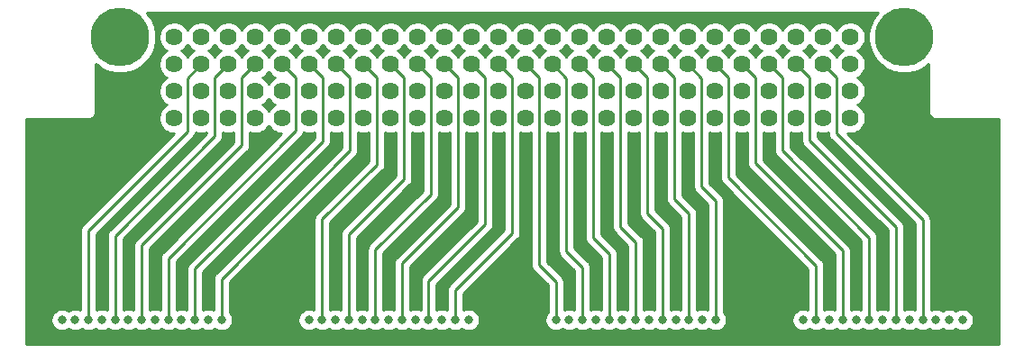
<source format=gbr>
%TF.GenerationSoftware,KiCad,Pcbnew,5.1.6-1.fc32*%
%TF.CreationDate,2020-07-10T21:29:07-03:00*%
%TF.ProjectId,pc104-adapter-bottom,70633130-342d-4616-9461-707465722d62,rev?*%
%TF.SameCoordinates,Original*%
%TF.FileFunction,Copper,L2,Inr*%
%TF.FilePolarity,Positive*%
%FSLAX46Y46*%
G04 Gerber Fmt 4.6, Leading zero omitted, Abs format (unit mm)*
G04 Created by KiCad (PCBNEW 5.1.6-1.fc32) date 2020-07-10 21:29:07*
%MOMM*%
%LPD*%
G01*
G04 APERTURE LIST*
%TA.AperFunction,ViaPad*%
%ADD10C,1.620000*%
%TD*%
%TA.AperFunction,ViaPad*%
%ADD11C,5.500000*%
%TD*%
%TA.AperFunction,ViaPad*%
%ADD12C,0.800000*%
%TD*%
%TA.AperFunction,Conductor*%
%ADD13C,0.250000*%
%TD*%
%TA.AperFunction,NonConductor*%
%ADD14C,0.254000*%
%TD*%
G04 APERTURE END LIST*
D10*
%TO.N,/A52*%
%TO.C,J9*%
X168050000Y-80436000D03*
%TO.N,/A51*%
X168050000Y-82976000D03*
%TO.N,/A50*%
X165510000Y-80436000D03*
%TO.N,/A49*%
X165510000Y-82976000D03*
%TO.N,/A48*%
X162970000Y-80436000D03*
%TO.N,/A47*%
X162970000Y-82976000D03*
%TO.N,/A46*%
X160430000Y-80436000D03*
%TO.N,/A45*%
X160430000Y-82976000D03*
%TO.N,/A44*%
X157890000Y-80436000D03*
%TO.N,/A43*%
X157890000Y-82976000D03*
%TO.N,/A42*%
X155350000Y-80436000D03*
%TO.N,/A41*%
X155350000Y-82976000D03*
%TO.N,/A40*%
X152810000Y-80436000D03*
%TO.N,/A39*%
X152810000Y-82976000D03*
%TO.N,/A38*%
X150270000Y-80436000D03*
%TO.N,/A37*%
X150270000Y-82976000D03*
%TO.N,/A36*%
X147730000Y-80436000D03*
%TO.N,/A35*%
X147730000Y-82976000D03*
%TO.N,/A34*%
X145190000Y-80436000D03*
%TO.N,/A33*%
X145190000Y-82976000D03*
%TO.N,/A32*%
X142650000Y-80436000D03*
%TO.N,/A31*%
X142650000Y-82976000D03*
%TO.N,/A30*%
X140110000Y-80436000D03*
%TO.N,/A29*%
X140110000Y-82976000D03*
%TO.N,/A28*%
X137570000Y-80436000D03*
%TO.N,/A27*%
X137570000Y-82976000D03*
%TO.N,/A26*%
X135030000Y-80436000D03*
%TO.N,/A25*%
X135030000Y-82976000D03*
%TO.N,/A24*%
X132490000Y-80436000D03*
%TO.N,/A23*%
X132490000Y-82976000D03*
%TO.N,/A22*%
X129950000Y-80436000D03*
%TO.N,/A21*%
X129950000Y-82976000D03*
%TO.N,/A20*%
X127410000Y-80436000D03*
%TO.N,/A19*%
X127410000Y-82976000D03*
%TO.N,/A18*%
X124870000Y-80436000D03*
%TO.N,/A17*%
X124870000Y-82976000D03*
%TO.N,/A16*%
X122330000Y-80436000D03*
%TO.N,/A15*%
X122330000Y-82976000D03*
%TO.N,/A14*%
X119790000Y-80436000D03*
%TO.N,/A13*%
X119790000Y-82976000D03*
%TO.N,/A12*%
X117250000Y-80436000D03*
%TO.N,/A11*%
X117250000Y-82976000D03*
%TO.N,/A10*%
X114710000Y-80436000D03*
%TO.N,/A9*%
X114710000Y-82976000D03*
%TO.N,/A8*%
X112170000Y-80436000D03*
%TO.N,/A7*%
X112170000Y-82976000D03*
%TO.N,/A6*%
X109630000Y-80436000D03*
%TO.N,/A5*%
X109630000Y-82976000D03*
%TO.N,/A4*%
X107090000Y-80436000D03*
%TO.N,/A3*%
X107090000Y-82976000D03*
%TO.N,/A2*%
X104550000Y-80436000D03*
%TO.N,/A1*%
X104550000Y-82976000D03*
%TD*%
%TO.N,/B52*%
%TO.C,J10*%
X168050000Y-85516000D03*
%TO.N,/B51*%
X168050000Y-88056000D03*
%TO.N,/B50*%
X165510000Y-85516000D03*
%TO.N,/B49*%
X165510000Y-88056000D03*
%TO.N,/B48*%
X162970000Y-85516000D03*
%TO.N,/B47*%
X162970000Y-88056000D03*
%TO.N,/B46*%
X160430000Y-85516000D03*
%TO.N,/B45*%
X160430000Y-88056000D03*
%TO.N,/B44*%
X157890000Y-85516000D03*
%TO.N,/B43*%
X157890000Y-88056000D03*
%TO.N,/B42*%
X155350000Y-85516000D03*
%TO.N,/B41*%
X155350000Y-88056000D03*
%TO.N,/B40*%
X152810000Y-85516000D03*
%TO.N,/B39*%
X152810000Y-88056000D03*
%TO.N,/B38*%
X150270000Y-85516000D03*
%TO.N,/B37*%
X150270000Y-88056000D03*
%TO.N,/B36*%
X147730000Y-85516000D03*
%TO.N,/B35*%
X147730000Y-88056000D03*
%TO.N,/B34*%
X145190000Y-85516000D03*
%TO.N,/B33*%
X145190000Y-88056000D03*
%TO.N,/B32*%
X142650000Y-85516000D03*
%TO.N,/B31*%
X142650000Y-88056000D03*
%TO.N,/B30*%
X140110000Y-85516000D03*
%TO.N,/B29*%
X140110000Y-88056000D03*
%TO.N,/B28*%
X137570000Y-85516000D03*
%TO.N,/B27*%
X137570000Y-88056000D03*
%TO.N,/B26*%
X135030000Y-85516000D03*
%TO.N,/B25*%
X135030000Y-88056000D03*
%TO.N,/B24*%
X132490000Y-85516000D03*
%TO.N,/B23*%
X132490000Y-88056000D03*
%TO.N,/B22*%
X129950000Y-85516000D03*
%TO.N,/B21*%
X129950000Y-88056000D03*
%TO.N,/B20*%
X127410000Y-85516000D03*
%TO.N,/B19*%
X127410000Y-88056000D03*
%TO.N,/B18*%
X124870000Y-85516000D03*
%TO.N,/B17*%
X124870000Y-88056000D03*
%TO.N,/B16*%
X122330000Y-85516000D03*
%TO.N,/B15*%
X122330000Y-88056000D03*
%TO.N,/B14*%
X119790000Y-85516000D03*
%TO.N,/B13*%
X119790000Y-88056000D03*
%TO.N,/B12*%
X117250000Y-85516000D03*
%TO.N,/B11*%
X117250000Y-88056000D03*
%TO.N,/B10*%
X114710000Y-85516000D03*
%TO.N,/B9*%
X114710000Y-88056000D03*
%TO.N,/B8*%
X112170000Y-85516000D03*
%TO.N,/B7*%
X112170000Y-88056000D03*
%TO.N,/B6*%
X109630000Y-85516000D03*
%TO.N,/B5*%
X109630000Y-88056000D03*
%TO.N,/B4*%
X107090000Y-85516000D03*
%TO.N,/B3*%
X107090000Y-88056000D03*
%TO.N,/B2*%
X104550000Y-85516000D03*
%TO.N,/B1*%
X104550000Y-88056000D03*
%TD*%
D11*
%TO.N,GND*%
%TO.C,H2*%
X173140000Y-80436000D03*
%TD*%
%TO.N,GND*%
%TO.C,H1*%
X99460000Y-80436000D03*
%TD*%
D12*
%TO.N,/A13*%
X109000000Y-107000000D03*
%TO.N,/A12*%
X107750000Y-107000000D03*
%TO.N,/A11*%
X106500000Y-107000000D03*
%TO.N,/A10*%
X105250000Y-107000000D03*
%TO.N,/A9*%
X104000000Y-107000000D03*
%TO.N,/A8*%
X102750000Y-107000000D03*
%TO.N,/A7*%
X101500000Y-107000000D03*
%TO.N,/A6*%
X100250000Y-107000000D03*
%TO.N,/A5*%
X99000000Y-107000000D03*
%TO.N,/A4*%
X97750000Y-107000000D03*
%TO.N,/A3*%
X96500000Y-107000000D03*
%TO.N,/A2*%
X95250000Y-107000000D03*
%TO.N,/A1*%
X94000000Y-107000000D03*
%TO.N,/A26*%
X132200000Y-107000000D03*
%TO.N,/A25*%
X130950000Y-107000000D03*
%TO.N,/A24*%
X129700000Y-107000000D03*
%TO.N,/A23*%
X128450000Y-107000000D03*
%TO.N,/A22*%
X127200000Y-107000000D03*
%TO.N,/A21*%
X125950000Y-107000000D03*
%TO.N,/A20*%
X124700000Y-107000000D03*
%TO.N,/A19*%
X123450000Y-107000000D03*
%TO.N,/A18*%
X122200000Y-107000000D03*
%TO.N,/A17*%
X120950000Y-107000000D03*
%TO.N,/A16*%
X119700000Y-107000000D03*
%TO.N,/A15*%
X118450000Y-107000000D03*
%TO.N,/A14*%
X117200000Y-107000000D03*
%TO.N,/A39*%
X155400000Y-107000000D03*
%TO.N,/A38*%
X154150000Y-107000000D03*
%TO.N,/A37*%
X152900000Y-107000000D03*
%TO.N,/A36*%
X151650000Y-107000000D03*
%TO.N,/A35*%
X150400000Y-107000000D03*
%TO.N,/A34*%
X149150000Y-107000000D03*
%TO.N,/A33*%
X147900000Y-107000000D03*
%TO.N,/A32*%
X146650000Y-107000000D03*
%TO.N,/A31*%
X145400000Y-107000000D03*
%TO.N,/A30*%
X144150000Y-107000000D03*
%TO.N,/A29*%
X142900000Y-107000000D03*
%TO.N,/A28*%
X141650000Y-107000000D03*
%TO.N,/A27*%
X140400000Y-107000000D03*
%TO.N,/A52*%
X178600000Y-107000000D03*
%TO.N,/A51*%
X177350000Y-107000000D03*
%TO.N,/A50*%
X176100000Y-107000000D03*
%TO.N,/A49*%
X174850000Y-107000000D03*
%TO.N,/A48*%
X173600000Y-107000000D03*
%TO.N,/A47*%
X172350000Y-107000000D03*
%TO.N,/A46*%
X171100000Y-107000000D03*
%TO.N,/A45*%
X169850000Y-107000000D03*
%TO.N,/A44*%
X168600000Y-107000000D03*
%TO.N,/A43*%
X167350000Y-107000000D03*
%TO.N,/A42*%
X166100000Y-107000000D03*
%TO.N,/A41*%
X164850000Y-107000000D03*
%TO.N,/A40*%
X163600000Y-107000000D03*
%TD*%
D13*
%TO.N,/A13*%
X109000000Y-107000000D02*
X109000000Y-103150000D01*
X109000000Y-103150000D02*
X121050000Y-91100000D01*
X121050000Y-84236000D02*
X119790000Y-82976000D01*
X121050000Y-91100000D02*
X121050000Y-84236000D01*
%TO.N,/A11*%
X106500000Y-107000000D02*
X106500000Y-102200000D01*
X106500000Y-102200000D02*
X118500000Y-90200000D01*
X118500000Y-84226000D02*
X117250000Y-82976000D01*
X118500000Y-90200000D02*
X118500000Y-84226000D01*
%TO.N,/A9*%
X104000000Y-107000000D02*
X104000000Y-101200000D01*
X104000000Y-101200000D02*
X115950000Y-89250000D01*
X115950000Y-84216000D02*
X114710000Y-82976000D01*
X115950000Y-89250000D02*
X115950000Y-84216000D01*
%TO.N,/A7*%
X101500000Y-107000000D02*
X101500000Y-100000000D01*
X101500000Y-100000000D02*
X110900000Y-90600000D01*
X110900000Y-84246000D02*
X112170000Y-82976000D01*
X110900000Y-90600000D02*
X110900000Y-84246000D01*
%TO.N,/A5*%
X99000000Y-107000000D02*
X99000000Y-99100000D01*
X99000000Y-99100000D02*
X108350000Y-89750000D01*
X108350000Y-84256000D02*
X109630000Y-82976000D01*
X108350000Y-89750000D02*
X108350000Y-84256000D01*
%TO.N,/A3*%
X96500000Y-107000000D02*
X96500000Y-98600000D01*
X96500000Y-98600000D02*
X105800000Y-89300000D01*
X105800000Y-84266000D02*
X107090000Y-82976000D01*
X105800000Y-89300000D02*
X105800000Y-84266000D01*
%TO.N,/A25*%
X130950000Y-107000000D02*
X130950000Y-104200000D01*
X130950000Y-104200000D02*
X136300000Y-98850000D01*
X136300000Y-84246000D02*
X135030000Y-82976000D01*
X136300000Y-98850000D02*
X136300000Y-84246000D01*
%TO.N,/A23*%
X128450000Y-107000000D02*
X128450000Y-103350000D01*
X128450000Y-103350000D02*
X133750000Y-98050000D01*
X133750000Y-84236000D02*
X132490000Y-82976000D01*
X133750000Y-98050000D02*
X133750000Y-84236000D01*
%TO.N,/A21*%
X125950000Y-107000000D02*
X125950000Y-101700000D01*
X125950000Y-101700000D02*
X131200000Y-96450000D01*
X131200000Y-84226000D02*
X129950000Y-82976000D01*
X131200000Y-96450000D02*
X131200000Y-84226000D01*
%TO.N,/A19*%
X123450000Y-107000000D02*
X123450000Y-100400000D01*
X123450000Y-100400000D02*
X128650000Y-95200000D01*
X128650000Y-84216000D02*
X127410000Y-82976000D01*
X128650000Y-95200000D02*
X128650000Y-84216000D01*
%TO.N,/A17*%
X120950000Y-107000000D02*
X120950000Y-98950000D01*
X120950000Y-98950000D02*
X126150000Y-93750000D01*
X126150000Y-84256000D02*
X124870000Y-82976000D01*
X126150000Y-93750000D02*
X126150000Y-84256000D01*
%TO.N,/A15*%
X118450000Y-107000000D02*
X118450000Y-97550000D01*
X118450000Y-97550000D02*
X123600000Y-92400000D01*
X123600000Y-84246000D02*
X122330000Y-82976000D01*
X123600000Y-92400000D02*
X123600000Y-84246000D01*
%TO.N,/A39*%
X155400000Y-107000000D02*
X155400000Y-95800000D01*
X155400000Y-95800000D02*
X154100000Y-94500000D01*
X154100000Y-84266000D02*
X152810000Y-82976000D01*
X154100000Y-94500000D02*
X154100000Y-84266000D01*
%TO.N,/A37*%
X152900000Y-107000000D02*
X152900000Y-97000000D01*
X152900000Y-97000000D02*
X151550000Y-95650000D01*
X151550000Y-84256000D02*
X150270000Y-82976000D01*
X151550000Y-95650000D02*
X151550000Y-84256000D01*
%TO.N,/A35*%
X150400000Y-107000000D02*
X150400000Y-98400000D01*
X150400000Y-98400000D02*
X149000000Y-97000000D01*
X149000000Y-84246000D02*
X147730000Y-82976000D01*
X149000000Y-97000000D02*
X149000000Y-84246000D01*
%TO.N,/A33*%
X147900000Y-107000000D02*
X147900000Y-99700000D01*
X147900000Y-99700000D02*
X146450000Y-98250000D01*
X146450000Y-84236000D02*
X145190000Y-82976000D01*
X146450000Y-98250000D02*
X146450000Y-84236000D01*
%TO.N,/A31*%
X145400000Y-107000000D02*
X145400000Y-100800000D01*
X145400000Y-100800000D02*
X143900000Y-99300000D01*
X143900000Y-84226000D02*
X142650000Y-82976000D01*
X143900000Y-99300000D02*
X143900000Y-84226000D01*
%TO.N,/A29*%
X142900000Y-107000000D02*
X142900000Y-102050000D01*
X142900000Y-102050000D02*
X141400000Y-100550000D01*
X141400000Y-84266000D02*
X140110000Y-82976000D01*
X141400000Y-100550000D02*
X141400000Y-84266000D01*
%TO.N,/A27*%
X140400000Y-107000000D02*
X140400000Y-103400000D01*
X140400000Y-103400000D02*
X138850000Y-101850000D01*
X138850000Y-84256000D02*
X137570000Y-82976000D01*
X138850000Y-101850000D02*
X138850000Y-84256000D01*
%TO.N,/A49*%
X174850000Y-107000000D02*
X174850000Y-97600000D01*
X174850000Y-97600000D02*
X166750000Y-89500000D01*
X166750000Y-84216000D02*
X165510000Y-82976000D01*
X166750000Y-89500000D02*
X166750000Y-84216000D01*
%TO.N,/A47*%
X172350000Y-107000000D02*
X172350000Y-98250000D01*
X172350000Y-98250000D02*
X164250000Y-90150000D01*
X164250000Y-84256000D02*
X162970000Y-82976000D01*
X164250000Y-90150000D02*
X164250000Y-84256000D01*
%TO.N,/A45*%
X169850000Y-107000000D02*
X169850000Y-99250000D01*
X169850000Y-99250000D02*
X161700000Y-91100000D01*
X161700000Y-84246000D02*
X160430000Y-82976000D01*
X161700000Y-91100000D02*
X161700000Y-84246000D01*
%TO.N,/A43*%
X167350000Y-107000000D02*
X167350000Y-100500000D01*
X167350000Y-100500000D02*
X159150000Y-92300000D01*
X159150000Y-84236000D02*
X157890000Y-82976000D01*
X159150000Y-92300000D02*
X159150000Y-84236000D01*
%TO.N,/A41*%
X164850000Y-107000000D02*
X164850000Y-101900000D01*
X164850000Y-101900000D02*
X156600000Y-93650000D01*
X156600000Y-84226000D02*
X155350000Y-82976000D01*
X156600000Y-93650000D02*
X156600000Y-84226000D01*
%TD*%
D14*
G36*
X170510698Y-78278188D02*
G01*
X170140252Y-78832601D01*
X169885083Y-79448632D01*
X169755000Y-80102607D01*
X169755000Y-80769393D01*
X169885083Y-81423368D01*
X170140252Y-82039399D01*
X170510698Y-82593812D01*
X170982188Y-83065302D01*
X171536601Y-83435748D01*
X172152632Y-83690917D01*
X172806607Y-83821000D01*
X173473393Y-83821000D01*
X174127368Y-83690917D01*
X174743399Y-83435748D01*
X175297812Y-83065302D01*
X175430001Y-82933113D01*
X175430001Y-87401113D01*
X175426565Y-87436000D01*
X175440273Y-87575184D01*
X175480872Y-87709020D01*
X175546800Y-87832363D01*
X175635525Y-87940475D01*
X175743637Y-88029200D01*
X175866980Y-88095128D01*
X176000816Y-88135727D01*
X176105123Y-88146000D01*
X176140000Y-88149435D01*
X176174877Y-88146000D01*
X181990001Y-88146000D01*
X181990000Y-109290000D01*
X90610000Y-109290000D01*
X90610000Y-106898061D01*
X92965000Y-106898061D01*
X92965000Y-107101939D01*
X93004774Y-107301898D01*
X93082795Y-107490256D01*
X93196063Y-107659774D01*
X93340226Y-107803937D01*
X93509744Y-107917205D01*
X93698102Y-107995226D01*
X93898061Y-108035000D01*
X94101939Y-108035000D01*
X94301898Y-107995226D01*
X94490256Y-107917205D01*
X94625000Y-107827172D01*
X94759744Y-107917205D01*
X94948102Y-107995226D01*
X95148061Y-108035000D01*
X95351939Y-108035000D01*
X95551898Y-107995226D01*
X95740256Y-107917205D01*
X95875000Y-107827172D01*
X96009744Y-107917205D01*
X96198102Y-107995226D01*
X96398061Y-108035000D01*
X96601939Y-108035000D01*
X96801898Y-107995226D01*
X96990256Y-107917205D01*
X97125000Y-107827172D01*
X97259744Y-107917205D01*
X97448102Y-107995226D01*
X97648061Y-108035000D01*
X97851939Y-108035000D01*
X98051898Y-107995226D01*
X98240256Y-107917205D01*
X98375000Y-107827172D01*
X98509744Y-107917205D01*
X98698102Y-107995226D01*
X98898061Y-108035000D01*
X99101939Y-108035000D01*
X99301898Y-107995226D01*
X99490256Y-107917205D01*
X99625000Y-107827172D01*
X99759744Y-107917205D01*
X99948102Y-107995226D01*
X100148061Y-108035000D01*
X100351939Y-108035000D01*
X100551898Y-107995226D01*
X100740256Y-107917205D01*
X100875000Y-107827172D01*
X101009744Y-107917205D01*
X101198102Y-107995226D01*
X101398061Y-108035000D01*
X101601939Y-108035000D01*
X101801898Y-107995226D01*
X101990256Y-107917205D01*
X102125000Y-107827172D01*
X102259744Y-107917205D01*
X102448102Y-107995226D01*
X102648061Y-108035000D01*
X102851939Y-108035000D01*
X103051898Y-107995226D01*
X103240256Y-107917205D01*
X103375000Y-107827172D01*
X103509744Y-107917205D01*
X103698102Y-107995226D01*
X103898061Y-108035000D01*
X104101939Y-108035000D01*
X104301898Y-107995226D01*
X104490256Y-107917205D01*
X104625000Y-107827172D01*
X104759744Y-107917205D01*
X104948102Y-107995226D01*
X105148061Y-108035000D01*
X105351939Y-108035000D01*
X105551898Y-107995226D01*
X105740256Y-107917205D01*
X105875000Y-107827172D01*
X106009744Y-107917205D01*
X106198102Y-107995226D01*
X106398061Y-108035000D01*
X106601939Y-108035000D01*
X106801898Y-107995226D01*
X106990256Y-107917205D01*
X107125000Y-107827172D01*
X107259744Y-107917205D01*
X107448102Y-107995226D01*
X107648061Y-108035000D01*
X107851939Y-108035000D01*
X108051898Y-107995226D01*
X108240256Y-107917205D01*
X108375000Y-107827172D01*
X108509744Y-107917205D01*
X108698102Y-107995226D01*
X108898061Y-108035000D01*
X109101939Y-108035000D01*
X109301898Y-107995226D01*
X109490256Y-107917205D01*
X109659774Y-107803937D01*
X109803937Y-107659774D01*
X109917205Y-107490256D01*
X109995226Y-107301898D01*
X110035000Y-107101939D01*
X110035000Y-106898061D01*
X109995226Y-106698102D01*
X109917205Y-106509744D01*
X109803937Y-106340226D01*
X109760000Y-106296289D01*
X109760000Y-103464801D01*
X121561010Y-91663793D01*
X121590001Y-91640001D01*
X121613795Y-91611008D01*
X121613799Y-91611004D01*
X121684973Y-91524277D01*
X121684974Y-91524276D01*
X121755546Y-91392247D01*
X121799003Y-91248986D01*
X121810000Y-91137333D01*
X121810000Y-91137324D01*
X121813676Y-91100001D01*
X121810000Y-91062678D01*
X121810000Y-89404666D01*
X121908509Y-89445470D01*
X122187680Y-89501000D01*
X122472320Y-89501000D01*
X122751491Y-89445470D01*
X122840000Y-89408808D01*
X122840000Y-92085198D01*
X117938998Y-96986201D01*
X117910000Y-97009999D01*
X117886202Y-97038997D01*
X117886201Y-97038998D01*
X117815026Y-97125724D01*
X117744454Y-97257754D01*
X117700998Y-97401015D01*
X117686324Y-97550000D01*
X117690001Y-97587332D01*
X117690000Y-106082689D01*
X117501898Y-106004774D01*
X117301939Y-105965000D01*
X117098061Y-105965000D01*
X116898102Y-106004774D01*
X116709744Y-106082795D01*
X116540226Y-106196063D01*
X116396063Y-106340226D01*
X116282795Y-106509744D01*
X116204774Y-106698102D01*
X116165000Y-106898061D01*
X116165000Y-107101939D01*
X116204774Y-107301898D01*
X116282795Y-107490256D01*
X116396063Y-107659774D01*
X116540226Y-107803937D01*
X116709744Y-107917205D01*
X116898102Y-107995226D01*
X117098061Y-108035000D01*
X117301939Y-108035000D01*
X117501898Y-107995226D01*
X117690256Y-107917205D01*
X117825000Y-107827172D01*
X117959744Y-107917205D01*
X118148102Y-107995226D01*
X118348061Y-108035000D01*
X118551939Y-108035000D01*
X118751898Y-107995226D01*
X118940256Y-107917205D01*
X119075000Y-107827172D01*
X119209744Y-107917205D01*
X119398102Y-107995226D01*
X119598061Y-108035000D01*
X119801939Y-108035000D01*
X120001898Y-107995226D01*
X120190256Y-107917205D01*
X120325000Y-107827172D01*
X120459744Y-107917205D01*
X120648102Y-107995226D01*
X120848061Y-108035000D01*
X121051939Y-108035000D01*
X121251898Y-107995226D01*
X121440256Y-107917205D01*
X121575000Y-107827172D01*
X121709744Y-107917205D01*
X121898102Y-107995226D01*
X122098061Y-108035000D01*
X122301939Y-108035000D01*
X122501898Y-107995226D01*
X122690256Y-107917205D01*
X122825000Y-107827172D01*
X122959744Y-107917205D01*
X123148102Y-107995226D01*
X123348061Y-108035000D01*
X123551939Y-108035000D01*
X123751898Y-107995226D01*
X123940256Y-107917205D01*
X124075000Y-107827172D01*
X124209744Y-107917205D01*
X124398102Y-107995226D01*
X124598061Y-108035000D01*
X124801939Y-108035000D01*
X125001898Y-107995226D01*
X125190256Y-107917205D01*
X125325000Y-107827172D01*
X125459744Y-107917205D01*
X125648102Y-107995226D01*
X125848061Y-108035000D01*
X126051939Y-108035000D01*
X126251898Y-107995226D01*
X126440256Y-107917205D01*
X126575000Y-107827172D01*
X126709744Y-107917205D01*
X126898102Y-107995226D01*
X127098061Y-108035000D01*
X127301939Y-108035000D01*
X127501898Y-107995226D01*
X127690256Y-107917205D01*
X127825000Y-107827172D01*
X127959744Y-107917205D01*
X128148102Y-107995226D01*
X128348061Y-108035000D01*
X128551939Y-108035000D01*
X128751898Y-107995226D01*
X128940256Y-107917205D01*
X129075000Y-107827172D01*
X129209744Y-107917205D01*
X129398102Y-107995226D01*
X129598061Y-108035000D01*
X129801939Y-108035000D01*
X130001898Y-107995226D01*
X130190256Y-107917205D01*
X130325000Y-107827172D01*
X130459744Y-107917205D01*
X130648102Y-107995226D01*
X130848061Y-108035000D01*
X131051939Y-108035000D01*
X131251898Y-107995226D01*
X131440256Y-107917205D01*
X131575000Y-107827172D01*
X131709744Y-107917205D01*
X131898102Y-107995226D01*
X132098061Y-108035000D01*
X132301939Y-108035000D01*
X132501898Y-107995226D01*
X132690256Y-107917205D01*
X132859774Y-107803937D01*
X133003937Y-107659774D01*
X133117205Y-107490256D01*
X133195226Y-107301898D01*
X133235000Y-107101939D01*
X133235000Y-106898061D01*
X133195226Y-106698102D01*
X133117205Y-106509744D01*
X133003937Y-106340226D01*
X132859774Y-106196063D01*
X132690256Y-106082795D01*
X132501898Y-106004774D01*
X132301939Y-105965000D01*
X132098061Y-105965000D01*
X131898102Y-106004774D01*
X131710000Y-106082689D01*
X131710000Y-104514801D01*
X136811004Y-99413798D01*
X136840001Y-99390001D01*
X136934974Y-99274276D01*
X137005546Y-99142247D01*
X137049003Y-98998986D01*
X137060000Y-98887333D01*
X137060000Y-98887332D01*
X137063677Y-98850000D01*
X137060000Y-98812667D01*
X137060000Y-89408808D01*
X137148509Y-89445470D01*
X137427680Y-89501000D01*
X137712320Y-89501000D01*
X137991491Y-89445470D01*
X138090001Y-89404666D01*
X138090000Y-101812678D01*
X138086324Y-101850000D01*
X138090000Y-101887322D01*
X138090000Y-101887332D01*
X138100997Y-101998985D01*
X138116472Y-102049999D01*
X138144454Y-102142246D01*
X138215026Y-102274276D01*
X138254871Y-102322826D01*
X138309999Y-102390001D01*
X138339003Y-102413804D01*
X139640001Y-103714803D01*
X139640000Y-106296289D01*
X139596063Y-106340226D01*
X139482795Y-106509744D01*
X139404774Y-106698102D01*
X139365000Y-106898061D01*
X139365000Y-107101939D01*
X139404774Y-107301898D01*
X139482795Y-107490256D01*
X139596063Y-107659774D01*
X139740226Y-107803937D01*
X139909744Y-107917205D01*
X140098102Y-107995226D01*
X140298061Y-108035000D01*
X140501939Y-108035000D01*
X140701898Y-107995226D01*
X140890256Y-107917205D01*
X141025000Y-107827172D01*
X141159744Y-107917205D01*
X141348102Y-107995226D01*
X141548061Y-108035000D01*
X141751939Y-108035000D01*
X141951898Y-107995226D01*
X142140256Y-107917205D01*
X142275000Y-107827172D01*
X142409744Y-107917205D01*
X142598102Y-107995226D01*
X142798061Y-108035000D01*
X143001939Y-108035000D01*
X143201898Y-107995226D01*
X143390256Y-107917205D01*
X143525000Y-107827172D01*
X143659744Y-107917205D01*
X143848102Y-107995226D01*
X144048061Y-108035000D01*
X144251939Y-108035000D01*
X144451898Y-107995226D01*
X144640256Y-107917205D01*
X144775000Y-107827172D01*
X144909744Y-107917205D01*
X145098102Y-107995226D01*
X145298061Y-108035000D01*
X145501939Y-108035000D01*
X145701898Y-107995226D01*
X145890256Y-107917205D01*
X146025000Y-107827172D01*
X146159744Y-107917205D01*
X146348102Y-107995226D01*
X146548061Y-108035000D01*
X146751939Y-108035000D01*
X146951898Y-107995226D01*
X147140256Y-107917205D01*
X147275000Y-107827172D01*
X147409744Y-107917205D01*
X147598102Y-107995226D01*
X147798061Y-108035000D01*
X148001939Y-108035000D01*
X148201898Y-107995226D01*
X148390256Y-107917205D01*
X148525000Y-107827172D01*
X148659744Y-107917205D01*
X148848102Y-107995226D01*
X149048061Y-108035000D01*
X149251939Y-108035000D01*
X149451898Y-107995226D01*
X149640256Y-107917205D01*
X149775000Y-107827172D01*
X149909744Y-107917205D01*
X150098102Y-107995226D01*
X150298061Y-108035000D01*
X150501939Y-108035000D01*
X150701898Y-107995226D01*
X150890256Y-107917205D01*
X151025000Y-107827172D01*
X151159744Y-107917205D01*
X151348102Y-107995226D01*
X151548061Y-108035000D01*
X151751939Y-108035000D01*
X151951898Y-107995226D01*
X152140256Y-107917205D01*
X152275000Y-107827172D01*
X152409744Y-107917205D01*
X152598102Y-107995226D01*
X152798061Y-108035000D01*
X153001939Y-108035000D01*
X153201898Y-107995226D01*
X153390256Y-107917205D01*
X153525000Y-107827172D01*
X153659744Y-107917205D01*
X153848102Y-107995226D01*
X154048061Y-108035000D01*
X154251939Y-108035000D01*
X154451898Y-107995226D01*
X154640256Y-107917205D01*
X154775000Y-107827172D01*
X154909744Y-107917205D01*
X155098102Y-107995226D01*
X155298061Y-108035000D01*
X155501939Y-108035000D01*
X155701898Y-107995226D01*
X155890256Y-107917205D01*
X156059774Y-107803937D01*
X156203937Y-107659774D01*
X156317205Y-107490256D01*
X156395226Y-107301898D01*
X156435000Y-107101939D01*
X156435000Y-106898061D01*
X156395226Y-106698102D01*
X156317205Y-106509744D01*
X156203937Y-106340226D01*
X156160000Y-106296289D01*
X156160000Y-95837325D01*
X156163676Y-95800000D01*
X156160000Y-95762675D01*
X156160000Y-95762667D01*
X156149003Y-95651014D01*
X156105546Y-95507753D01*
X156034974Y-95375724D01*
X155940001Y-95259999D01*
X155911003Y-95236201D01*
X154860000Y-94185199D01*
X154860000Y-89417093D01*
X154928509Y-89445470D01*
X155207680Y-89501000D01*
X155492320Y-89501000D01*
X155771491Y-89445470D01*
X155840000Y-89417092D01*
X155840000Y-93612678D01*
X155836324Y-93650000D01*
X155840000Y-93687322D01*
X155840000Y-93687332D01*
X155850997Y-93798985D01*
X155892620Y-93936201D01*
X155894454Y-93942246D01*
X155965026Y-94074276D01*
X156004871Y-94122826D01*
X156059999Y-94190001D01*
X156089003Y-94213804D01*
X164090001Y-102214803D01*
X164090000Y-106082689D01*
X163901898Y-106004774D01*
X163701939Y-105965000D01*
X163498061Y-105965000D01*
X163298102Y-106004774D01*
X163109744Y-106082795D01*
X162940226Y-106196063D01*
X162796063Y-106340226D01*
X162682795Y-106509744D01*
X162604774Y-106698102D01*
X162565000Y-106898061D01*
X162565000Y-107101939D01*
X162604774Y-107301898D01*
X162682795Y-107490256D01*
X162796063Y-107659774D01*
X162940226Y-107803937D01*
X163109744Y-107917205D01*
X163298102Y-107995226D01*
X163498061Y-108035000D01*
X163701939Y-108035000D01*
X163901898Y-107995226D01*
X164090256Y-107917205D01*
X164225000Y-107827172D01*
X164359744Y-107917205D01*
X164548102Y-107995226D01*
X164748061Y-108035000D01*
X164951939Y-108035000D01*
X165151898Y-107995226D01*
X165340256Y-107917205D01*
X165475000Y-107827172D01*
X165609744Y-107917205D01*
X165798102Y-107995226D01*
X165998061Y-108035000D01*
X166201939Y-108035000D01*
X166401898Y-107995226D01*
X166590256Y-107917205D01*
X166725000Y-107827172D01*
X166859744Y-107917205D01*
X167048102Y-107995226D01*
X167248061Y-108035000D01*
X167451939Y-108035000D01*
X167651898Y-107995226D01*
X167840256Y-107917205D01*
X167975000Y-107827172D01*
X168109744Y-107917205D01*
X168298102Y-107995226D01*
X168498061Y-108035000D01*
X168701939Y-108035000D01*
X168901898Y-107995226D01*
X169090256Y-107917205D01*
X169225000Y-107827172D01*
X169359744Y-107917205D01*
X169548102Y-107995226D01*
X169748061Y-108035000D01*
X169951939Y-108035000D01*
X170151898Y-107995226D01*
X170340256Y-107917205D01*
X170475000Y-107827172D01*
X170609744Y-107917205D01*
X170798102Y-107995226D01*
X170998061Y-108035000D01*
X171201939Y-108035000D01*
X171401898Y-107995226D01*
X171590256Y-107917205D01*
X171725000Y-107827172D01*
X171859744Y-107917205D01*
X172048102Y-107995226D01*
X172248061Y-108035000D01*
X172451939Y-108035000D01*
X172651898Y-107995226D01*
X172840256Y-107917205D01*
X172975000Y-107827172D01*
X173109744Y-107917205D01*
X173298102Y-107995226D01*
X173498061Y-108035000D01*
X173701939Y-108035000D01*
X173901898Y-107995226D01*
X174090256Y-107917205D01*
X174225000Y-107827172D01*
X174359744Y-107917205D01*
X174548102Y-107995226D01*
X174748061Y-108035000D01*
X174951939Y-108035000D01*
X175151898Y-107995226D01*
X175340256Y-107917205D01*
X175475000Y-107827172D01*
X175609744Y-107917205D01*
X175798102Y-107995226D01*
X175998061Y-108035000D01*
X176201939Y-108035000D01*
X176401898Y-107995226D01*
X176590256Y-107917205D01*
X176725000Y-107827172D01*
X176859744Y-107917205D01*
X177048102Y-107995226D01*
X177248061Y-108035000D01*
X177451939Y-108035000D01*
X177651898Y-107995226D01*
X177840256Y-107917205D01*
X177975000Y-107827172D01*
X178109744Y-107917205D01*
X178298102Y-107995226D01*
X178498061Y-108035000D01*
X178701939Y-108035000D01*
X178901898Y-107995226D01*
X179090256Y-107917205D01*
X179259774Y-107803937D01*
X179403937Y-107659774D01*
X179517205Y-107490256D01*
X179595226Y-107301898D01*
X179635000Y-107101939D01*
X179635000Y-106898061D01*
X179595226Y-106698102D01*
X179517205Y-106509744D01*
X179403937Y-106340226D01*
X179259774Y-106196063D01*
X179090256Y-106082795D01*
X178901898Y-106004774D01*
X178701939Y-105965000D01*
X178498061Y-105965000D01*
X178298102Y-106004774D01*
X178109744Y-106082795D01*
X177975000Y-106172828D01*
X177840256Y-106082795D01*
X177651898Y-106004774D01*
X177451939Y-105965000D01*
X177248061Y-105965000D01*
X177048102Y-106004774D01*
X176859744Y-106082795D01*
X176725000Y-106172828D01*
X176590256Y-106082795D01*
X176401898Y-106004774D01*
X176201939Y-105965000D01*
X175998061Y-105965000D01*
X175798102Y-106004774D01*
X175610000Y-106082689D01*
X175610000Y-97637323D01*
X175613676Y-97600000D01*
X175610000Y-97562677D01*
X175610000Y-97562667D01*
X175599003Y-97451014D01*
X175555546Y-97307753D01*
X175484974Y-97175724D01*
X175390001Y-97059999D01*
X175361003Y-97036201D01*
X167805471Y-89480669D01*
X167907680Y-89501000D01*
X168192320Y-89501000D01*
X168471491Y-89445470D01*
X168734464Y-89336543D01*
X168971134Y-89178405D01*
X169172405Y-88977134D01*
X169330543Y-88740464D01*
X169439470Y-88477491D01*
X169495000Y-88198320D01*
X169495000Y-87913680D01*
X169439470Y-87634509D01*
X169330543Y-87371536D01*
X169172405Y-87134866D01*
X168971134Y-86933595D01*
X168750243Y-86786000D01*
X168971134Y-86638405D01*
X169172405Y-86437134D01*
X169330543Y-86200464D01*
X169439470Y-85937491D01*
X169495000Y-85658320D01*
X169495000Y-85373680D01*
X169439470Y-85094509D01*
X169330543Y-84831536D01*
X169172405Y-84594866D01*
X168971134Y-84393595D01*
X168750243Y-84246000D01*
X168971134Y-84098405D01*
X169172405Y-83897134D01*
X169330543Y-83660464D01*
X169439470Y-83397491D01*
X169495000Y-83118320D01*
X169495000Y-82833680D01*
X169439470Y-82554509D01*
X169330543Y-82291536D01*
X169172405Y-82054866D01*
X168971134Y-81853595D01*
X168750243Y-81706000D01*
X168971134Y-81558405D01*
X169172405Y-81357134D01*
X169330543Y-81120464D01*
X169439470Y-80857491D01*
X169495000Y-80578320D01*
X169495000Y-80293680D01*
X169439470Y-80014509D01*
X169330543Y-79751536D01*
X169172405Y-79514866D01*
X168971134Y-79313595D01*
X168734464Y-79155457D01*
X168471491Y-79046530D01*
X168192320Y-78991000D01*
X167907680Y-78991000D01*
X167628509Y-79046530D01*
X167365536Y-79155457D01*
X167128866Y-79313595D01*
X166927595Y-79514866D01*
X166780000Y-79735757D01*
X166632405Y-79514866D01*
X166431134Y-79313595D01*
X166194464Y-79155457D01*
X165931491Y-79046530D01*
X165652320Y-78991000D01*
X165367680Y-78991000D01*
X165088509Y-79046530D01*
X164825536Y-79155457D01*
X164588866Y-79313595D01*
X164387595Y-79514866D01*
X164240000Y-79735757D01*
X164092405Y-79514866D01*
X163891134Y-79313595D01*
X163654464Y-79155457D01*
X163391491Y-79046530D01*
X163112320Y-78991000D01*
X162827680Y-78991000D01*
X162548509Y-79046530D01*
X162285536Y-79155457D01*
X162048866Y-79313595D01*
X161847595Y-79514866D01*
X161700000Y-79735757D01*
X161552405Y-79514866D01*
X161351134Y-79313595D01*
X161114464Y-79155457D01*
X160851491Y-79046530D01*
X160572320Y-78991000D01*
X160287680Y-78991000D01*
X160008509Y-79046530D01*
X159745536Y-79155457D01*
X159508866Y-79313595D01*
X159307595Y-79514866D01*
X159160000Y-79735757D01*
X159012405Y-79514866D01*
X158811134Y-79313595D01*
X158574464Y-79155457D01*
X158311491Y-79046530D01*
X158032320Y-78991000D01*
X157747680Y-78991000D01*
X157468509Y-79046530D01*
X157205536Y-79155457D01*
X156968866Y-79313595D01*
X156767595Y-79514866D01*
X156620000Y-79735757D01*
X156472405Y-79514866D01*
X156271134Y-79313595D01*
X156034464Y-79155457D01*
X155771491Y-79046530D01*
X155492320Y-78991000D01*
X155207680Y-78991000D01*
X154928509Y-79046530D01*
X154665536Y-79155457D01*
X154428866Y-79313595D01*
X154227595Y-79514866D01*
X154080000Y-79735757D01*
X153932405Y-79514866D01*
X153731134Y-79313595D01*
X153494464Y-79155457D01*
X153231491Y-79046530D01*
X152952320Y-78991000D01*
X152667680Y-78991000D01*
X152388509Y-79046530D01*
X152125536Y-79155457D01*
X151888866Y-79313595D01*
X151687595Y-79514866D01*
X151540000Y-79735757D01*
X151392405Y-79514866D01*
X151191134Y-79313595D01*
X150954464Y-79155457D01*
X150691491Y-79046530D01*
X150412320Y-78991000D01*
X150127680Y-78991000D01*
X149848509Y-79046530D01*
X149585536Y-79155457D01*
X149348866Y-79313595D01*
X149147595Y-79514866D01*
X149000000Y-79735757D01*
X148852405Y-79514866D01*
X148651134Y-79313595D01*
X148414464Y-79155457D01*
X148151491Y-79046530D01*
X147872320Y-78991000D01*
X147587680Y-78991000D01*
X147308509Y-79046530D01*
X147045536Y-79155457D01*
X146808866Y-79313595D01*
X146607595Y-79514866D01*
X146460000Y-79735757D01*
X146312405Y-79514866D01*
X146111134Y-79313595D01*
X145874464Y-79155457D01*
X145611491Y-79046530D01*
X145332320Y-78991000D01*
X145047680Y-78991000D01*
X144768509Y-79046530D01*
X144505536Y-79155457D01*
X144268866Y-79313595D01*
X144067595Y-79514866D01*
X143920000Y-79735757D01*
X143772405Y-79514866D01*
X143571134Y-79313595D01*
X143334464Y-79155457D01*
X143071491Y-79046530D01*
X142792320Y-78991000D01*
X142507680Y-78991000D01*
X142228509Y-79046530D01*
X141965536Y-79155457D01*
X141728866Y-79313595D01*
X141527595Y-79514866D01*
X141380000Y-79735757D01*
X141232405Y-79514866D01*
X141031134Y-79313595D01*
X140794464Y-79155457D01*
X140531491Y-79046530D01*
X140252320Y-78991000D01*
X139967680Y-78991000D01*
X139688509Y-79046530D01*
X139425536Y-79155457D01*
X139188866Y-79313595D01*
X138987595Y-79514866D01*
X138840000Y-79735757D01*
X138692405Y-79514866D01*
X138491134Y-79313595D01*
X138254464Y-79155457D01*
X137991491Y-79046530D01*
X137712320Y-78991000D01*
X137427680Y-78991000D01*
X137148509Y-79046530D01*
X136885536Y-79155457D01*
X136648866Y-79313595D01*
X136447595Y-79514866D01*
X136300000Y-79735757D01*
X136152405Y-79514866D01*
X135951134Y-79313595D01*
X135714464Y-79155457D01*
X135451491Y-79046530D01*
X135172320Y-78991000D01*
X134887680Y-78991000D01*
X134608509Y-79046530D01*
X134345536Y-79155457D01*
X134108866Y-79313595D01*
X133907595Y-79514866D01*
X133760000Y-79735757D01*
X133612405Y-79514866D01*
X133411134Y-79313595D01*
X133174464Y-79155457D01*
X132911491Y-79046530D01*
X132632320Y-78991000D01*
X132347680Y-78991000D01*
X132068509Y-79046530D01*
X131805536Y-79155457D01*
X131568866Y-79313595D01*
X131367595Y-79514866D01*
X131220000Y-79735757D01*
X131072405Y-79514866D01*
X130871134Y-79313595D01*
X130634464Y-79155457D01*
X130371491Y-79046530D01*
X130092320Y-78991000D01*
X129807680Y-78991000D01*
X129528509Y-79046530D01*
X129265536Y-79155457D01*
X129028866Y-79313595D01*
X128827595Y-79514866D01*
X128680000Y-79735757D01*
X128532405Y-79514866D01*
X128331134Y-79313595D01*
X128094464Y-79155457D01*
X127831491Y-79046530D01*
X127552320Y-78991000D01*
X127267680Y-78991000D01*
X126988509Y-79046530D01*
X126725536Y-79155457D01*
X126488866Y-79313595D01*
X126287595Y-79514866D01*
X126140000Y-79735757D01*
X125992405Y-79514866D01*
X125791134Y-79313595D01*
X125554464Y-79155457D01*
X125291491Y-79046530D01*
X125012320Y-78991000D01*
X124727680Y-78991000D01*
X124448509Y-79046530D01*
X124185536Y-79155457D01*
X123948866Y-79313595D01*
X123747595Y-79514866D01*
X123600000Y-79735757D01*
X123452405Y-79514866D01*
X123251134Y-79313595D01*
X123014464Y-79155457D01*
X122751491Y-79046530D01*
X122472320Y-78991000D01*
X122187680Y-78991000D01*
X121908509Y-79046530D01*
X121645536Y-79155457D01*
X121408866Y-79313595D01*
X121207595Y-79514866D01*
X121060000Y-79735757D01*
X120912405Y-79514866D01*
X120711134Y-79313595D01*
X120474464Y-79155457D01*
X120211491Y-79046530D01*
X119932320Y-78991000D01*
X119647680Y-78991000D01*
X119368509Y-79046530D01*
X119105536Y-79155457D01*
X118868866Y-79313595D01*
X118667595Y-79514866D01*
X118520000Y-79735757D01*
X118372405Y-79514866D01*
X118171134Y-79313595D01*
X117934464Y-79155457D01*
X117671491Y-79046530D01*
X117392320Y-78991000D01*
X117107680Y-78991000D01*
X116828509Y-79046530D01*
X116565536Y-79155457D01*
X116328866Y-79313595D01*
X116127595Y-79514866D01*
X115980000Y-79735757D01*
X115832405Y-79514866D01*
X115631134Y-79313595D01*
X115394464Y-79155457D01*
X115131491Y-79046530D01*
X114852320Y-78991000D01*
X114567680Y-78991000D01*
X114288509Y-79046530D01*
X114025536Y-79155457D01*
X113788866Y-79313595D01*
X113587595Y-79514866D01*
X113440000Y-79735757D01*
X113292405Y-79514866D01*
X113091134Y-79313595D01*
X112854464Y-79155457D01*
X112591491Y-79046530D01*
X112312320Y-78991000D01*
X112027680Y-78991000D01*
X111748509Y-79046530D01*
X111485536Y-79155457D01*
X111248866Y-79313595D01*
X111047595Y-79514866D01*
X110900000Y-79735757D01*
X110752405Y-79514866D01*
X110551134Y-79313595D01*
X110314464Y-79155457D01*
X110051491Y-79046530D01*
X109772320Y-78991000D01*
X109487680Y-78991000D01*
X109208509Y-79046530D01*
X108945536Y-79155457D01*
X108708866Y-79313595D01*
X108507595Y-79514866D01*
X108360000Y-79735757D01*
X108212405Y-79514866D01*
X108011134Y-79313595D01*
X107774464Y-79155457D01*
X107511491Y-79046530D01*
X107232320Y-78991000D01*
X106947680Y-78991000D01*
X106668509Y-79046530D01*
X106405536Y-79155457D01*
X106168866Y-79313595D01*
X105967595Y-79514866D01*
X105820000Y-79735757D01*
X105672405Y-79514866D01*
X105471134Y-79313595D01*
X105234464Y-79155457D01*
X104971491Y-79046530D01*
X104692320Y-78991000D01*
X104407680Y-78991000D01*
X104128509Y-79046530D01*
X103865536Y-79155457D01*
X103628866Y-79313595D01*
X103427595Y-79514866D01*
X103269457Y-79751536D01*
X103160530Y-80014509D01*
X103105000Y-80293680D01*
X103105000Y-80578320D01*
X103160530Y-80857491D01*
X103269457Y-81120464D01*
X103427595Y-81357134D01*
X103628866Y-81558405D01*
X103849757Y-81706000D01*
X103628866Y-81853595D01*
X103427595Y-82054866D01*
X103269457Y-82291536D01*
X103160530Y-82554509D01*
X103105000Y-82833680D01*
X103105000Y-83118320D01*
X103160530Y-83397491D01*
X103269457Y-83660464D01*
X103427595Y-83897134D01*
X103628866Y-84098405D01*
X103849757Y-84246000D01*
X103628866Y-84393595D01*
X103427595Y-84594866D01*
X103269457Y-84831536D01*
X103160530Y-85094509D01*
X103105000Y-85373680D01*
X103105000Y-85658320D01*
X103160530Y-85937491D01*
X103269457Y-86200464D01*
X103427595Y-86437134D01*
X103628866Y-86638405D01*
X103849757Y-86786000D01*
X103628866Y-86933595D01*
X103427595Y-87134866D01*
X103269457Y-87371536D01*
X103160530Y-87634509D01*
X103105000Y-87913680D01*
X103105000Y-88198320D01*
X103160530Y-88477491D01*
X103269457Y-88740464D01*
X103427595Y-88977134D01*
X103628866Y-89178405D01*
X103865536Y-89336543D01*
X104128509Y-89445470D01*
X104407680Y-89501000D01*
X104524198Y-89501000D01*
X95988998Y-98036201D01*
X95960000Y-98059999D01*
X95936202Y-98088997D01*
X95936201Y-98088998D01*
X95865026Y-98175724D01*
X95794454Y-98307754D01*
X95750998Y-98451015D01*
X95736324Y-98600000D01*
X95740001Y-98637332D01*
X95740000Y-106082689D01*
X95551898Y-106004774D01*
X95351939Y-105965000D01*
X95148061Y-105965000D01*
X94948102Y-106004774D01*
X94759744Y-106082795D01*
X94625000Y-106172828D01*
X94490256Y-106082795D01*
X94301898Y-106004774D01*
X94101939Y-105965000D01*
X93898061Y-105965000D01*
X93698102Y-106004774D01*
X93509744Y-106082795D01*
X93340226Y-106196063D01*
X93196063Y-106340226D01*
X93082795Y-106509744D01*
X93004774Y-106698102D01*
X92965000Y-106898061D01*
X90610000Y-106898061D01*
X90610000Y-88146000D01*
X96425123Y-88146000D01*
X96460000Y-88149435D01*
X96494877Y-88146000D01*
X96599184Y-88135727D01*
X96733020Y-88095128D01*
X96856363Y-88029200D01*
X96964475Y-87940475D01*
X97053200Y-87832363D01*
X97119128Y-87709020D01*
X97159727Y-87575184D01*
X97173435Y-87436000D01*
X97170000Y-87401123D01*
X97170000Y-82933114D01*
X97302188Y-83065302D01*
X97856601Y-83435748D01*
X98472632Y-83690917D01*
X99126607Y-83821000D01*
X99793393Y-83821000D01*
X100447368Y-83690917D01*
X101063399Y-83435748D01*
X101617812Y-83065302D01*
X102089302Y-82593812D01*
X102459748Y-82039399D01*
X102714917Y-81423368D01*
X102845000Y-80769393D01*
X102845000Y-80102607D01*
X102714917Y-79448632D01*
X102459748Y-78832601D01*
X102089302Y-78278188D01*
X101957114Y-78146000D01*
X170642886Y-78146000D01*
X170510698Y-78278188D01*
G37*
X170510698Y-78278188D02*
X170140252Y-78832601D01*
X169885083Y-79448632D01*
X169755000Y-80102607D01*
X169755000Y-80769393D01*
X169885083Y-81423368D01*
X170140252Y-82039399D01*
X170510698Y-82593812D01*
X170982188Y-83065302D01*
X171536601Y-83435748D01*
X172152632Y-83690917D01*
X172806607Y-83821000D01*
X173473393Y-83821000D01*
X174127368Y-83690917D01*
X174743399Y-83435748D01*
X175297812Y-83065302D01*
X175430001Y-82933113D01*
X175430001Y-87401113D01*
X175426565Y-87436000D01*
X175440273Y-87575184D01*
X175480872Y-87709020D01*
X175546800Y-87832363D01*
X175635525Y-87940475D01*
X175743637Y-88029200D01*
X175866980Y-88095128D01*
X176000816Y-88135727D01*
X176105123Y-88146000D01*
X176140000Y-88149435D01*
X176174877Y-88146000D01*
X181990001Y-88146000D01*
X181990000Y-109290000D01*
X90610000Y-109290000D01*
X90610000Y-106898061D01*
X92965000Y-106898061D01*
X92965000Y-107101939D01*
X93004774Y-107301898D01*
X93082795Y-107490256D01*
X93196063Y-107659774D01*
X93340226Y-107803937D01*
X93509744Y-107917205D01*
X93698102Y-107995226D01*
X93898061Y-108035000D01*
X94101939Y-108035000D01*
X94301898Y-107995226D01*
X94490256Y-107917205D01*
X94625000Y-107827172D01*
X94759744Y-107917205D01*
X94948102Y-107995226D01*
X95148061Y-108035000D01*
X95351939Y-108035000D01*
X95551898Y-107995226D01*
X95740256Y-107917205D01*
X95875000Y-107827172D01*
X96009744Y-107917205D01*
X96198102Y-107995226D01*
X96398061Y-108035000D01*
X96601939Y-108035000D01*
X96801898Y-107995226D01*
X96990256Y-107917205D01*
X97125000Y-107827172D01*
X97259744Y-107917205D01*
X97448102Y-107995226D01*
X97648061Y-108035000D01*
X97851939Y-108035000D01*
X98051898Y-107995226D01*
X98240256Y-107917205D01*
X98375000Y-107827172D01*
X98509744Y-107917205D01*
X98698102Y-107995226D01*
X98898061Y-108035000D01*
X99101939Y-108035000D01*
X99301898Y-107995226D01*
X99490256Y-107917205D01*
X99625000Y-107827172D01*
X99759744Y-107917205D01*
X99948102Y-107995226D01*
X100148061Y-108035000D01*
X100351939Y-108035000D01*
X100551898Y-107995226D01*
X100740256Y-107917205D01*
X100875000Y-107827172D01*
X101009744Y-107917205D01*
X101198102Y-107995226D01*
X101398061Y-108035000D01*
X101601939Y-108035000D01*
X101801898Y-107995226D01*
X101990256Y-107917205D01*
X102125000Y-107827172D01*
X102259744Y-107917205D01*
X102448102Y-107995226D01*
X102648061Y-108035000D01*
X102851939Y-108035000D01*
X103051898Y-107995226D01*
X103240256Y-107917205D01*
X103375000Y-107827172D01*
X103509744Y-107917205D01*
X103698102Y-107995226D01*
X103898061Y-108035000D01*
X104101939Y-108035000D01*
X104301898Y-107995226D01*
X104490256Y-107917205D01*
X104625000Y-107827172D01*
X104759744Y-107917205D01*
X104948102Y-107995226D01*
X105148061Y-108035000D01*
X105351939Y-108035000D01*
X105551898Y-107995226D01*
X105740256Y-107917205D01*
X105875000Y-107827172D01*
X106009744Y-107917205D01*
X106198102Y-107995226D01*
X106398061Y-108035000D01*
X106601939Y-108035000D01*
X106801898Y-107995226D01*
X106990256Y-107917205D01*
X107125000Y-107827172D01*
X107259744Y-107917205D01*
X107448102Y-107995226D01*
X107648061Y-108035000D01*
X107851939Y-108035000D01*
X108051898Y-107995226D01*
X108240256Y-107917205D01*
X108375000Y-107827172D01*
X108509744Y-107917205D01*
X108698102Y-107995226D01*
X108898061Y-108035000D01*
X109101939Y-108035000D01*
X109301898Y-107995226D01*
X109490256Y-107917205D01*
X109659774Y-107803937D01*
X109803937Y-107659774D01*
X109917205Y-107490256D01*
X109995226Y-107301898D01*
X110035000Y-107101939D01*
X110035000Y-106898061D01*
X109995226Y-106698102D01*
X109917205Y-106509744D01*
X109803937Y-106340226D01*
X109760000Y-106296289D01*
X109760000Y-103464801D01*
X121561010Y-91663793D01*
X121590001Y-91640001D01*
X121613795Y-91611008D01*
X121613799Y-91611004D01*
X121684973Y-91524277D01*
X121684974Y-91524276D01*
X121755546Y-91392247D01*
X121799003Y-91248986D01*
X121810000Y-91137333D01*
X121810000Y-91137324D01*
X121813676Y-91100001D01*
X121810000Y-91062678D01*
X121810000Y-89404666D01*
X121908509Y-89445470D01*
X122187680Y-89501000D01*
X122472320Y-89501000D01*
X122751491Y-89445470D01*
X122840000Y-89408808D01*
X122840000Y-92085198D01*
X117938998Y-96986201D01*
X117910000Y-97009999D01*
X117886202Y-97038997D01*
X117886201Y-97038998D01*
X117815026Y-97125724D01*
X117744454Y-97257754D01*
X117700998Y-97401015D01*
X117686324Y-97550000D01*
X117690001Y-97587332D01*
X117690000Y-106082689D01*
X117501898Y-106004774D01*
X117301939Y-105965000D01*
X117098061Y-105965000D01*
X116898102Y-106004774D01*
X116709744Y-106082795D01*
X116540226Y-106196063D01*
X116396063Y-106340226D01*
X116282795Y-106509744D01*
X116204774Y-106698102D01*
X116165000Y-106898061D01*
X116165000Y-107101939D01*
X116204774Y-107301898D01*
X116282795Y-107490256D01*
X116396063Y-107659774D01*
X116540226Y-107803937D01*
X116709744Y-107917205D01*
X116898102Y-107995226D01*
X117098061Y-108035000D01*
X117301939Y-108035000D01*
X117501898Y-107995226D01*
X117690256Y-107917205D01*
X117825000Y-107827172D01*
X117959744Y-107917205D01*
X118148102Y-107995226D01*
X118348061Y-108035000D01*
X118551939Y-108035000D01*
X118751898Y-107995226D01*
X118940256Y-107917205D01*
X119075000Y-107827172D01*
X119209744Y-107917205D01*
X119398102Y-107995226D01*
X119598061Y-108035000D01*
X119801939Y-108035000D01*
X120001898Y-107995226D01*
X120190256Y-107917205D01*
X120325000Y-107827172D01*
X120459744Y-107917205D01*
X120648102Y-107995226D01*
X120848061Y-108035000D01*
X121051939Y-108035000D01*
X121251898Y-107995226D01*
X121440256Y-107917205D01*
X121575000Y-107827172D01*
X121709744Y-107917205D01*
X121898102Y-107995226D01*
X122098061Y-108035000D01*
X122301939Y-108035000D01*
X122501898Y-107995226D01*
X122690256Y-107917205D01*
X122825000Y-107827172D01*
X122959744Y-107917205D01*
X123148102Y-107995226D01*
X123348061Y-108035000D01*
X123551939Y-108035000D01*
X123751898Y-107995226D01*
X123940256Y-107917205D01*
X124075000Y-107827172D01*
X124209744Y-107917205D01*
X124398102Y-107995226D01*
X124598061Y-108035000D01*
X124801939Y-108035000D01*
X125001898Y-107995226D01*
X125190256Y-107917205D01*
X125325000Y-107827172D01*
X125459744Y-107917205D01*
X125648102Y-107995226D01*
X125848061Y-108035000D01*
X126051939Y-108035000D01*
X126251898Y-107995226D01*
X126440256Y-107917205D01*
X126575000Y-107827172D01*
X126709744Y-107917205D01*
X126898102Y-107995226D01*
X127098061Y-108035000D01*
X127301939Y-108035000D01*
X127501898Y-107995226D01*
X127690256Y-107917205D01*
X127825000Y-107827172D01*
X127959744Y-107917205D01*
X128148102Y-107995226D01*
X128348061Y-108035000D01*
X128551939Y-108035000D01*
X128751898Y-107995226D01*
X128940256Y-107917205D01*
X129075000Y-107827172D01*
X129209744Y-107917205D01*
X129398102Y-107995226D01*
X129598061Y-108035000D01*
X129801939Y-108035000D01*
X130001898Y-107995226D01*
X130190256Y-107917205D01*
X130325000Y-107827172D01*
X130459744Y-107917205D01*
X130648102Y-107995226D01*
X130848061Y-108035000D01*
X131051939Y-108035000D01*
X131251898Y-107995226D01*
X131440256Y-107917205D01*
X131575000Y-107827172D01*
X131709744Y-107917205D01*
X131898102Y-107995226D01*
X132098061Y-108035000D01*
X132301939Y-108035000D01*
X132501898Y-107995226D01*
X132690256Y-107917205D01*
X132859774Y-107803937D01*
X133003937Y-107659774D01*
X133117205Y-107490256D01*
X133195226Y-107301898D01*
X133235000Y-107101939D01*
X133235000Y-106898061D01*
X133195226Y-106698102D01*
X133117205Y-106509744D01*
X133003937Y-106340226D01*
X132859774Y-106196063D01*
X132690256Y-106082795D01*
X132501898Y-106004774D01*
X132301939Y-105965000D01*
X132098061Y-105965000D01*
X131898102Y-106004774D01*
X131710000Y-106082689D01*
X131710000Y-104514801D01*
X136811004Y-99413798D01*
X136840001Y-99390001D01*
X136934974Y-99274276D01*
X137005546Y-99142247D01*
X137049003Y-98998986D01*
X137060000Y-98887333D01*
X137060000Y-98887332D01*
X137063677Y-98850000D01*
X137060000Y-98812667D01*
X137060000Y-89408808D01*
X137148509Y-89445470D01*
X137427680Y-89501000D01*
X137712320Y-89501000D01*
X137991491Y-89445470D01*
X138090001Y-89404666D01*
X138090000Y-101812678D01*
X138086324Y-101850000D01*
X138090000Y-101887322D01*
X138090000Y-101887332D01*
X138100997Y-101998985D01*
X138116472Y-102049999D01*
X138144454Y-102142246D01*
X138215026Y-102274276D01*
X138254871Y-102322826D01*
X138309999Y-102390001D01*
X138339003Y-102413804D01*
X139640001Y-103714803D01*
X139640000Y-106296289D01*
X139596063Y-106340226D01*
X139482795Y-106509744D01*
X139404774Y-106698102D01*
X139365000Y-106898061D01*
X139365000Y-107101939D01*
X139404774Y-107301898D01*
X139482795Y-107490256D01*
X139596063Y-107659774D01*
X139740226Y-107803937D01*
X139909744Y-107917205D01*
X140098102Y-107995226D01*
X140298061Y-108035000D01*
X140501939Y-108035000D01*
X140701898Y-107995226D01*
X140890256Y-107917205D01*
X141025000Y-107827172D01*
X141159744Y-107917205D01*
X141348102Y-107995226D01*
X141548061Y-108035000D01*
X141751939Y-108035000D01*
X141951898Y-107995226D01*
X142140256Y-107917205D01*
X142275000Y-107827172D01*
X142409744Y-107917205D01*
X142598102Y-107995226D01*
X142798061Y-108035000D01*
X143001939Y-108035000D01*
X143201898Y-107995226D01*
X143390256Y-107917205D01*
X143525000Y-107827172D01*
X143659744Y-107917205D01*
X143848102Y-107995226D01*
X144048061Y-108035000D01*
X144251939Y-108035000D01*
X144451898Y-107995226D01*
X144640256Y-107917205D01*
X144775000Y-107827172D01*
X144909744Y-107917205D01*
X145098102Y-107995226D01*
X145298061Y-108035000D01*
X145501939Y-108035000D01*
X145701898Y-107995226D01*
X145890256Y-107917205D01*
X146025000Y-107827172D01*
X146159744Y-107917205D01*
X146348102Y-107995226D01*
X146548061Y-108035000D01*
X146751939Y-108035000D01*
X146951898Y-107995226D01*
X147140256Y-107917205D01*
X147275000Y-107827172D01*
X147409744Y-107917205D01*
X147598102Y-107995226D01*
X147798061Y-108035000D01*
X148001939Y-108035000D01*
X148201898Y-107995226D01*
X148390256Y-107917205D01*
X148525000Y-107827172D01*
X148659744Y-107917205D01*
X148848102Y-107995226D01*
X149048061Y-108035000D01*
X149251939Y-108035000D01*
X149451898Y-107995226D01*
X149640256Y-107917205D01*
X149775000Y-107827172D01*
X149909744Y-107917205D01*
X150098102Y-107995226D01*
X150298061Y-108035000D01*
X150501939Y-108035000D01*
X150701898Y-107995226D01*
X150890256Y-107917205D01*
X151025000Y-107827172D01*
X151159744Y-107917205D01*
X151348102Y-107995226D01*
X151548061Y-108035000D01*
X151751939Y-108035000D01*
X151951898Y-107995226D01*
X152140256Y-107917205D01*
X152275000Y-107827172D01*
X152409744Y-107917205D01*
X152598102Y-107995226D01*
X152798061Y-108035000D01*
X153001939Y-108035000D01*
X153201898Y-107995226D01*
X153390256Y-107917205D01*
X153525000Y-107827172D01*
X153659744Y-107917205D01*
X153848102Y-107995226D01*
X154048061Y-108035000D01*
X154251939Y-108035000D01*
X154451898Y-107995226D01*
X154640256Y-107917205D01*
X154775000Y-107827172D01*
X154909744Y-107917205D01*
X155098102Y-107995226D01*
X155298061Y-108035000D01*
X155501939Y-108035000D01*
X155701898Y-107995226D01*
X155890256Y-107917205D01*
X156059774Y-107803937D01*
X156203937Y-107659774D01*
X156317205Y-107490256D01*
X156395226Y-107301898D01*
X156435000Y-107101939D01*
X156435000Y-106898061D01*
X156395226Y-106698102D01*
X156317205Y-106509744D01*
X156203937Y-106340226D01*
X156160000Y-106296289D01*
X156160000Y-95837325D01*
X156163676Y-95800000D01*
X156160000Y-95762675D01*
X156160000Y-95762667D01*
X156149003Y-95651014D01*
X156105546Y-95507753D01*
X156034974Y-95375724D01*
X155940001Y-95259999D01*
X155911003Y-95236201D01*
X154860000Y-94185199D01*
X154860000Y-89417093D01*
X154928509Y-89445470D01*
X155207680Y-89501000D01*
X155492320Y-89501000D01*
X155771491Y-89445470D01*
X155840000Y-89417092D01*
X155840000Y-93612678D01*
X155836324Y-93650000D01*
X155840000Y-93687322D01*
X155840000Y-93687332D01*
X155850997Y-93798985D01*
X155892620Y-93936201D01*
X155894454Y-93942246D01*
X155965026Y-94074276D01*
X156004871Y-94122826D01*
X156059999Y-94190001D01*
X156089003Y-94213804D01*
X164090001Y-102214803D01*
X164090000Y-106082689D01*
X163901898Y-106004774D01*
X163701939Y-105965000D01*
X163498061Y-105965000D01*
X163298102Y-106004774D01*
X163109744Y-106082795D01*
X162940226Y-106196063D01*
X162796063Y-106340226D01*
X162682795Y-106509744D01*
X162604774Y-106698102D01*
X162565000Y-106898061D01*
X162565000Y-107101939D01*
X162604774Y-107301898D01*
X162682795Y-107490256D01*
X162796063Y-107659774D01*
X162940226Y-107803937D01*
X163109744Y-107917205D01*
X163298102Y-107995226D01*
X163498061Y-108035000D01*
X163701939Y-108035000D01*
X163901898Y-107995226D01*
X164090256Y-107917205D01*
X164225000Y-107827172D01*
X164359744Y-107917205D01*
X164548102Y-107995226D01*
X164748061Y-108035000D01*
X164951939Y-108035000D01*
X165151898Y-107995226D01*
X165340256Y-107917205D01*
X165475000Y-107827172D01*
X165609744Y-107917205D01*
X165798102Y-107995226D01*
X165998061Y-108035000D01*
X166201939Y-108035000D01*
X166401898Y-107995226D01*
X166590256Y-107917205D01*
X166725000Y-107827172D01*
X166859744Y-107917205D01*
X167048102Y-107995226D01*
X167248061Y-108035000D01*
X167451939Y-108035000D01*
X167651898Y-107995226D01*
X167840256Y-107917205D01*
X167975000Y-107827172D01*
X168109744Y-107917205D01*
X168298102Y-107995226D01*
X168498061Y-108035000D01*
X168701939Y-108035000D01*
X168901898Y-107995226D01*
X169090256Y-107917205D01*
X169225000Y-107827172D01*
X169359744Y-107917205D01*
X169548102Y-107995226D01*
X169748061Y-108035000D01*
X169951939Y-108035000D01*
X170151898Y-107995226D01*
X170340256Y-107917205D01*
X170475000Y-107827172D01*
X170609744Y-107917205D01*
X170798102Y-107995226D01*
X170998061Y-108035000D01*
X171201939Y-108035000D01*
X171401898Y-107995226D01*
X171590256Y-107917205D01*
X171725000Y-107827172D01*
X171859744Y-107917205D01*
X172048102Y-107995226D01*
X172248061Y-108035000D01*
X172451939Y-108035000D01*
X172651898Y-107995226D01*
X172840256Y-107917205D01*
X172975000Y-107827172D01*
X173109744Y-107917205D01*
X173298102Y-107995226D01*
X173498061Y-108035000D01*
X173701939Y-108035000D01*
X173901898Y-107995226D01*
X174090256Y-107917205D01*
X174225000Y-107827172D01*
X174359744Y-107917205D01*
X174548102Y-107995226D01*
X174748061Y-108035000D01*
X174951939Y-108035000D01*
X175151898Y-107995226D01*
X175340256Y-107917205D01*
X175475000Y-107827172D01*
X175609744Y-107917205D01*
X175798102Y-107995226D01*
X175998061Y-108035000D01*
X176201939Y-108035000D01*
X176401898Y-107995226D01*
X176590256Y-107917205D01*
X176725000Y-107827172D01*
X176859744Y-107917205D01*
X177048102Y-107995226D01*
X177248061Y-108035000D01*
X177451939Y-108035000D01*
X177651898Y-107995226D01*
X177840256Y-107917205D01*
X177975000Y-107827172D01*
X178109744Y-107917205D01*
X178298102Y-107995226D01*
X178498061Y-108035000D01*
X178701939Y-108035000D01*
X178901898Y-107995226D01*
X179090256Y-107917205D01*
X179259774Y-107803937D01*
X179403937Y-107659774D01*
X179517205Y-107490256D01*
X179595226Y-107301898D01*
X179635000Y-107101939D01*
X179635000Y-106898061D01*
X179595226Y-106698102D01*
X179517205Y-106509744D01*
X179403937Y-106340226D01*
X179259774Y-106196063D01*
X179090256Y-106082795D01*
X178901898Y-106004774D01*
X178701939Y-105965000D01*
X178498061Y-105965000D01*
X178298102Y-106004774D01*
X178109744Y-106082795D01*
X177975000Y-106172828D01*
X177840256Y-106082795D01*
X177651898Y-106004774D01*
X177451939Y-105965000D01*
X177248061Y-105965000D01*
X177048102Y-106004774D01*
X176859744Y-106082795D01*
X176725000Y-106172828D01*
X176590256Y-106082795D01*
X176401898Y-106004774D01*
X176201939Y-105965000D01*
X175998061Y-105965000D01*
X175798102Y-106004774D01*
X175610000Y-106082689D01*
X175610000Y-97637323D01*
X175613676Y-97600000D01*
X175610000Y-97562677D01*
X175610000Y-97562667D01*
X175599003Y-97451014D01*
X175555546Y-97307753D01*
X175484974Y-97175724D01*
X175390001Y-97059999D01*
X175361003Y-97036201D01*
X167805471Y-89480669D01*
X167907680Y-89501000D01*
X168192320Y-89501000D01*
X168471491Y-89445470D01*
X168734464Y-89336543D01*
X168971134Y-89178405D01*
X169172405Y-88977134D01*
X169330543Y-88740464D01*
X169439470Y-88477491D01*
X169495000Y-88198320D01*
X169495000Y-87913680D01*
X169439470Y-87634509D01*
X169330543Y-87371536D01*
X169172405Y-87134866D01*
X168971134Y-86933595D01*
X168750243Y-86786000D01*
X168971134Y-86638405D01*
X169172405Y-86437134D01*
X169330543Y-86200464D01*
X169439470Y-85937491D01*
X169495000Y-85658320D01*
X169495000Y-85373680D01*
X169439470Y-85094509D01*
X169330543Y-84831536D01*
X169172405Y-84594866D01*
X168971134Y-84393595D01*
X168750243Y-84246000D01*
X168971134Y-84098405D01*
X169172405Y-83897134D01*
X169330543Y-83660464D01*
X169439470Y-83397491D01*
X169495000Y-83118320D01*
X169495000Y-82833680D01*
X169439470Y-82554509D01*
X169330543Y-82291536D01*
X169172405Y-82054866D01*
X168971134Y-81853595D01*
X168750243Y-81706000D01*
X168971134Y-81558405D01*
X169172405Y-81357134D01*
X169330543Y-81120464D01*
X169439470Y-80857491D01*
X169495000Y-80578320D01*
X169495000Y-80293680D01*
X169439470Y-80014509D01*
X169330543Y-79751536D01*
X169172405Y-79514866D01*
X168971134Y-79313595D01*
X168734464Y-79155457D01*
X168471491Y-79046530D01*
X168192320Y-78991000D01*
X167907680Y-78991000D01*
X167628509Y-79046530D01*
X167365536Y-79155457D01*
X167128866Y-79313595D01*
X166927595Y-79514866D01*
X166780000Y-79735757D01*
X166632405Y-79514866D01*
X166431134Y-79313595D01*
X166194464Y-79155457D01*
X165931491Y-79046530D01*
X165652320Y-78991000D01*
X165367680Y-78991000D01*
X165088509Y-79046530D01*
X164825536Y-79155457D01*
X164588866Y-79313595D01*
X164387595Y-79514866D01*
X164240000Y-79735757D01*
X164092405Y-79514866D01*
X163891134Y-79313595D01*
X163654464Y-79155457D01*
X163391491Y-79046530D01*
X163112320Y-78991000D01*
X162827680Y-78991000D01*
X162548509Y-79046530D01*
X162285536Y-79155457D01*
X162048866Y-79313595D01*
X161847595Y-79514866D01*
X161700000Y-79735757D01*
X161552405Y-79514866D01*
X161351134Y-79313595D01*
X161114464Y-79155457D01*
X160851491Y-79046530D01*
X160572320Y-78991000D01*
X160287680Y-78991000D01*
X160008509Y-79046530D01*
X159745536Y-79155457D01*
X159508866Y-79313595D01*
X159307595Y-79514866D01*
X159160000Y-79735757D01*
X159012405Y-79514866D01*
X158811134Y-79313595D01*
X158574464Y-79155457D01*
X158311491Y-79046530D01*
X158032320Y-78991000D01*
X157747680Y-78991000D01*
X157468509Y-79046530D01*
X157205536Y-79155457D01*
X156968866Y-79313595D01*
X156767595Y-79514866D01*
X156620000Y-79735757D01*
X156472405Y-79514866D01*
X156271134Y-79313595D01*
X156034464Y-79155457D01*
X155771491Y-79046530D01*
X155492320Y-78991000D01*
X155207680Y-78991000D01*
X154928509Y-79046530D01*
X154665536Y-79155457D01*
X154428866Y-79313595D01*
X154227595Y-79514866D01*
X154080000Y-79735757D01*
X153932405Y-79514866D01*
X153731134Y-79313595D01*
X153494464Y-79155457D01*
X153231491Y-79046530D01*
X152952320Y-78991000D01*
X152667680Y-78991000D01*
X152388509Y-79046530D01*
X152125536Y-79155457D01*
X151888866Y-79313595D01*
X151687595Y-79514866D01*
X151540000Y-79735757D01*
X151392405Y-79514866D01*
X151191134Y-79313595D01*
X150954464Y-79155457D01*
X150691491Y-79046530D01*
X150412320Y-78991000D01*
X150127680Y-78991000D01*
X149848509Y-79046530D01*
X149585536Y-79155457D01*
X149348866Y-79313595D01*
X149147595Y-79514866D01*
X149000000Y-79735757D01*
X148852405Y-79514866D01*
X148651134Y-79313595D01*
X148414464Y-79155457D01*
X148151491Y-79046530D01*
X147872320Y-78991000D01*
X147587680Y-78991000D01*
X147308509Y-79046530D01*
X147045536Y-79155457D01*
X146808866Y-79313595D01*
X146607595Y-79514866D01*
X146460000Y-79735757D01*
X146312405Y-79514866D01*
X146111134Y-79313595D01*
X145874464Y-79155457D01*
X145611491Y-79046530D01*
X145332320Y-78991000D01*
X145047680Y-78991000D01*
X144768509Y-79046530D01*
X144505536Y-79155457D01*
X144268866Y-79313595D01*
X144067595Y-79514866D01*
X143920000Y-79735757D01*
X143772405Y-79514866D01*
X143571134Y-79313595D01*
X143334464Y-79155457D01*
X143071491Y-79046530D01*
X142792320Y-78991000D01*
X142507680Y-78991000D01*
X142228509Y-79046530D01*
X141965536Y-79155457D01*
X141728866Y-79313595D01*
X141527595Y-79514866D01*
X141380000Y-79735757D01*
X141232405Y-79514866D01*
X141031134Y-79313595D01*
X140794464Y-79155457D01*
X140531491Y-79046530D01*
X140252320Y-78991000D01*
X139967680Y-78991000D01*
X139688509Y-79046530D01*
X139425536Y-79155457D01*
X139188866Y-79313595D01*
X138987595Y-79514866D01*
X138840000Y-79735757D01*
X138692405Y-79514866D01*
X138491134Y-79313595D01*
X138254464Y-79155457D01*
X137991491Y-79046530D01*
X137712320Y-78991000D01*
X137427680Y-78991000D01*
X137148509Y-79046530D01*
X136885536Y-79155457D01*
X136648866Y-79313595D01*
X136447595Y-79514866D01*
X136300000Y-79735757D01*
X136152405Y-79514866D01*
X135951134Y-79313595D01*
X135714464Y-79155457D01*
X135451491Y-79046530D01*
X135172320Y-78991000D01*
X134887680Y-78991000D01*
X134608509Y-79046530D01*
X134345536Y-79155457D01*
X134108866Y-79313595D01*
X133907595Y-79514866D01*
X133760000Y-79735757D01*
X133612405Y-79514866D01*
X133411134Y-79313595D01*
X133174464Y-79155457D01*
X132911491Y-79046530D01*
X132632320Y-78991000D01*
X132347680Y-78991000D01*
X132068509Y-79046530D01*
X131805536Y-79155457D01*
X131568866Y-79313595D01*
X131367595Y-79514866D01*
X131220000Y-79735757D01*
X131072405Y-79514866D01*
X130871134Y-79313595D01*
X130634464Y-79155457D01*
X130371491Y-79046530D01*
X130092320Y-78991000D01*
X129807680Y-78991000D01*
X129528509Y-79046530D01*
X129265536Y-79155457D01*
X129028866Y-79313595D01*
X128827595Y-79514866D01*
X128680000Y-79735757D01*
X128532405Y-79514866D01*
X128331134Y-79313595D01*
X128094464Y-79155457D01*
X127831491Y-79046530D01*
X127552320Y-78991000D01*
X127267680Y-78991000D01*
X126988509Y-79046530D01*
X126725536Y-79155457D01*
X126488866Y-79313595D01*
X126287595Y-79514866D01*
X126140000Y-79735757D01*
X125992405Y-79514866D01*
X125791134Y-79313595D01*
X125554464Y-79155457D01*
X125291491Y-79046530D01*
X125012320Y-78991000D01*
X124727680Y-78991000D01*
X124448509Y-79046530D01*
X124185536Y-79155457D01*
X123948866Y-79313595D01*
X123747595Y-79514866D01*
X123600000Y-79735757D01*
X123452405Y-79514866D01*
X123251134Y-79313595D01*
X123014464Y-79155457D01*
X122751491Y-79046530D01*
X122472320Y-78991000D01*
X122187680Y-78991000D01*
X121908509Y-79046530D01*
X121645536Y-79155457D01*
X121408866Y-79313595D01*
X121207595Y-79514866D01*
X121060000Y-79735757D01*
X120912405Y-79514866D01*
X120711134Y-79313595D01*
X120474464Y-79155457D01*
X120211491Y-79046530D01*
X119932320Y-78991000D01*
X119647680Y-78991000D01*
X119368509Y-79046530D01*
X119105536Y-79155457D01*
X118868866Y-79313595D01*
X118667595Y-79514866D01*
X118520000Y-79735757D01*
X118372405Y-79514866D01*
X118171134Y-79313595D01*
X117934464Y-79155457D01*
X117671491Y-79046530D01*
X117392320Y-78991000D01*
X117107680Y-78991000D01*
X116828509Y-79046530D01*
X116565536Y-79155457D01*
X116328866Y-79313595D01*
X116127595Y-79514866D01*
X115980000Y-79735757D01*
X115832405Y-79514866D01*
X115631134Y-79313595D01*
X115394464Y-79155457D01*
X115131491Y-79046530D01*
X114852320Y-78991000D01*
X114567680Y-78991000D01*
X114288509Y-79046530D01*
X114025536Y-79155457D01*
X113788866Y-79313595D01*
X113587595Y-79514866D01*
X113440000Y-79735757D01*
X113292405Y-79514866D01*
X113091134Y-79313595D01*
X112854464Y-79155457D01*
X112591491Y-79046530D01*
X112312320Y-78991000D01*
X112027680Y-78991000D01*
X111748509Y-79046530D01*
X111485536Y-79155457D01*
X111248866Y-79313595D01*
X111047595Y-79514866D01*
X110900000Y-79735757D01*
X110752405Y-79514866D01*
X110551134Y-79313595D01*
X110314464Y-79155457D01*
X110051491Y-79046530D01*
X109772320Y-78991000D01*
X109487680Y-78991000D01*
X109208509Y-79046530D01*
X108945536Y-79155457D01*
X108708866Y-79313595D01*
X108507595Y-79514866D01*
X108360000Y-79735757D01*
X108212405Y-79514866D01*
X108011134Y-79313595D01*
X107774464Y-79155457D01*
X107511491Y-79046530D01*
X107232320Y-78991000D01*
X106947680Y-78991000D01*
X106668509Y-79046530D01*
X106405536Y-79155457D01*
X106168866Y-79313595D01*
X105967595Y-79514866D01*
X105820000Y-79735757D01*
X105672405Y-79514866D01*
X105471134Y-79313595D01*
X105234464Y-79155457D01*
X104971491Y-79046530D01*
X104692320Y-78991000D01*
X104407680Y-78991000D01*
X104128509Y-79046530D01*
X103865536Y-79155457D01*
X103628866Y-79313595D01*
X103427595Y-79514866D01*
X103269457Y-79751536D01*
X103160530Y-80014509D01*
X103105000Y-80293680D01*
X103105000Y-80578320D01*
X103160530Y-80857491D01*
X103269457Y-81120464D01*
X103427595Y-81357134D01*
X103628866Y-81558405D01*
X103849757Y-81706000D01*
X103628866Y-81853595D01*
X103427595Y-82054866D01*
X103269457Y-82291536D01*
X103160530Y-82554509D01*
X103105000Y-82833680D01*
X103105000Y-83118320D01*
X103160530Y-83397491D01*
X103269457Y-83660464D01*
X103427595Y-83897134D01*
X103628866Y-84098405D01*
X103849757Y-84246000D01*
X103628866Y-84393595D01*
X103427595Y-84594866D01*
X103269457Y-84831536D01*
X103160530Y-85094509D01*
X103105000Y-85373680D01*
X103105000Y-85658320D01*
X103160530Y-85937491D01*
X103269457Y-86200464D01*
X103427595Y-86437134D01*
X103628866Y-86638405D01*
X103849757Y-86786000D01*
X103628866Y-86933595D01*
X103427595Y-87134866D01*
X103269457Y-87371536D01*
X103160530Y-87634509D01*
X103105000Y-87913680D01*
X103105000Y-88198320D01*
X103160530Y-88477491D01*
X103269457Y-88740464D01*
X103427595Y-88977134D01*
X103628866Y-89178405D01*
X103865536Y-89336543D01*
X104128509Y-89445470D01*
X104407680Y-89501000D01*
X104524198Y-89501000D01*
X95988998Y-98036201D01*
X95960000Y-98059999D01*
X95936202Y-98088997D01*
X95936201Y-98088998D01*
X95865026Y-98175724D01*
X95794454Y-98307754D01*
X95750998Y-98451015D01*
X95736324Y-98600000D01*
X95740001Y-98637332D01*
X95740000Y-106082689D01*
X95551898Y-106004774D01*
X95351939Y-105965000D01*
X95148061Y-105965000D01*
X94948102Y-106004774D01*
X94759744Y-106082795D01*
X94625000Y-106172828D01*
X94490256Y-106082795D01*
X94301898Y-106004774D01*
X94101939Y-105965000D01*
X93898061Y-105965000D01*
X93698102Y-106004774D01*
X93509744Y-106082795D01*
X93340226Y-106196063D01*
X93196063Y-106340226D01*
X93082795Y-106509744D01*
X93004774Y-106698102D01*
X92965000Y-106898061D01*
X90610000Y-106898061D01*
X90610000Y-88146000D01*
X96425123Y-88146000D01*
X96460000Y-88149435D01*
X96494877Y-88146000D01*
X96599184Y-88135727D01*
X96733020Y-88095128D01*
X96856363Y-88029200D01*
X96964475Y-87940475D01*
X97053200Y-87832363D01*
X97119128Y-87709020D01*
X97159727Y-87575184D01*
X97173435Y-87436000D01*
X97170000Y-87401123D01*
X97170000Y-82933114D01*
X97302188Y-83065302D01*
X97856601Y-83435748D01*
X98472632Y-83690917D01*
X99126607Y-83821000D01*
X99793393Y-83821000D01*
X100447368Y-83690917D01*
X101063399Y-83435748D01*
X101617812Y-83065302D01*
X102089302Y-82593812D01*
X102459748Y-82039399D01*
X102714917Y-81423368D01*
X102845000Y-80769393D01*
X102845000Y-80102607D01*
X102714917Y-79448632D01*
X102459748Y-78832601D01*
X102089302Y-78278188D01*
X101957114Y-78146000D01*
X170642886Y-78146000D01*
X170510698Y-78278188D01*
G36*
X132068509Y-89445470D02*
G01*
X132347680Y-89501000D01*
X132632320Y-89501000D01*
X132911491Y-89445470D01*
X132990001Y-89412950D01*
X132990000Y-97735198D01*
X127938998Y-102786201D01*
X127910000Y-102809999D01*
X127886202Y-102838997D01*
X127886201Y-102838998D01*
X127815026Y-102925724D01*
X127744454Y-103057754D01*
X127700998Y-103201015D01*
X127686324Y-103350000D01*
X127690001Y-103387332D01*
X127690000Y-106082689D01*
X127501898Y-106004774D01*
X127301939Y-105965000D01*
X127098061Y-105965000D01*
X126898102Y-106004774D01*
X126710000Y-106082689D01*
X126710000Y-102014801D01*
X131711004Y-97013798D01*
X131740001Y-96990001D01*
X131834974Y-96874276D01*
X131905546Y-96742247D01*
X131949003Y-96598986D01*
X131960000Y-96487333D01*
X131960000Y-96487324D01*
X131963676Y-96450001D01*
X131960000Y-96412678D01*
X131960000Y-89400524D01*
X132068509Y-89445470D01*
G37*
X132068509Y-89445470D02*
X132347680Y-89501000D01*
X132632320Y-89501000D01*
X132911491Y-89445470D01*
X132990001Y-89412950D01*
X132990000Y-97735198D01*
X127938998Y-102786201D01*
X127910000Y-102809999D01*
X127886202Y-102838997D01*
X127886201Y-102838998D01*
X127815026Y-102925724D01*
X127744454Y-103057754D01*
X127700998Y-103201015D01*
X127686324Y-103350000D01*
X127690001Y-103387332D01*
X127690000Y-106082689D01*
X127501898Y-106004774D01*
X127301939Y-105965000D01*
X127098061Y-105965000D01*
X126898102Y-106004774D01*
X126710000Y-106082689D01*
X126710000Y-102014801D01*
X131711004Y-97013798D01*
X131740001Y-96990001D01*
X131834974Y-96874276D01*
X131905546Y-96742247D01*
X131949003Y-96598986D01*
X131960000Y-96487333D01*
X131960000Y-96487324D01*
X131963676Y-96450001D01*
X131960000Y-96412678D01*
X131960000Y-89400524D01*
X132068509Y-89445470D01*
G36*
X150790000Y-95612678D02*
G01*
X150786324Y-95650000D01*
X150790000Y-95687322D01*
X150790000Y-95687332D01*
X150800997Y-95798985D01*
X150834672Y-95909999D01*
X150844454Y-95942246D01*
X150915026Y-96074276D01*
X150929774Y-96092246D01*
X151009999Y-96190001D01*
X151039003Y-96213804D01*
X152140001Y-97314803D01*
X152140000Y-106082689D01*
X151951898Y-106004774D01*
X151751939Y-105965000D01*
X151548061Y-105965000D01*
X151348102Y-106004774D01*
X151160000Y-106082689D01*
X151160000Y-98437322D01*
X151163676Y-98400000D01*
X151160000Y-98362677D01*
X151160000Y-98362667D01*
X151149003Y-98251014D01*
X151105546Y-98107753D01*
X151060926Y-98024276D01*
X151034974Y-97975723D01*
X150963799Y-97888997D01*
X150940001Y-97859999D01*
X150911003Y-97836201D01*
X149760000Y-96685199D01*
X149760000Y-89408808D01*
X149848509Y-89445470D01*
X150127680Y-89501000D01*
X150412320Y-89501000D01*
X150691491Y-89445470D01*
X150790001Y-89404666D01*
X150790000Y-95612678D01*
G37*
X150790000Y-95612678D02*
X150786324Y-95650000D01*
X150790000Y-95687322D01*
X150790000Y-95687332D01*
X150800997Y-95798985D01*
X150834672Y-95909999D01*
X150844454Y-95942246D01*
X150915026Y-96074276D01*
X150929774Y-96092246D01*
X151009999Y-96190001D01*
X151039003Y-96213804D01*
X152140001Y-97314803D01*
X152140000Y-106082689D01*
X151951898Y-106004774D01*
X151751939Y-105965000D01*
X151548061Y-105965000D01*
X151348102Y-106004774D01*
X151160000Y-106082689D01*
X151160000Y-98437322D01*
X151163676Y-98400000D01*
X151160000Y-98362677D01*
X151160000Y-98362667D01*
X151149003Y-98251014D01*
X151105546Y-98107753D01*
X151060926Y-98024276D01*
X151034974Y-97975723D01*
X150963799Y-97888997D01*
X150940001Y-97859999D01*
X150911003Y-97836201D01*
X149760000Y-96685199D01*
X149760000Y-89408808D01*
X149848509Y-89445470D01*
X150127680Y-89501000D01*
X150412320Y-89501000D01*
X150691491Y-89445470D01*
X150790001Y-89404666D01*
X150790000Y-95612678D01*
G36*
X106668509Y-89445470D02*
G01*
X106947680Y-89501000D01*
X107232320Y-89501000D01*
X107511491Y-89445470D01*
X107590000Y-89412950D01*
X107590000Y-89435198D01*
X98488998Y-98536201D01*
X98460000Y-98559999D01*
X98436202Y-98588997D01*
X98436201Y-98588998D01*
X98365026Y-98675724D01*
X98294454Y-98807754D01*
X98271031Y-98884974D01*
X98250998Y-98951014D01*
X98245410Y-99007754D01*
X98236324Y-99100000D01*
X98240001Y-99137332D01*
X98240000Y-106082689D01*
X98051898Y-106004774D01*
X97851939Y-105965000D01*
X97648061Y-105965000D01*
X97448102Y-106004774D01*
X97260000Y-106082689D01*
X97260000Y-98914801D01*
X106311004Y-89863798D01*
X106340001Y-89840001D01*
X106379192Y-89792247D01*
X106434974Y-89724277D01*
X106505546Y-89592247D01*
X106520713Y-89542246D01*
X106549003Y-89448986D01*
X106554020Y-89398047D01*
X106668509Y-89445470D01*
G37*
X106668509Y-89445470D02*
X106947680Y-89501000D01*
X107232320Y-89501000D01*
X107511491Y-89445470D01*
X107590000Y-89412950D01*
X107590000Y-89435198D01*
X98488998Y-98536201D01*
X98460000Y-98559999D01*
X98436202Y-98588997D01*
X98436201Y-98588998D01*
X98365026Y-98675724D01*
X98294454Y-98807754D01*
X98271031Y-98884974D01*
X98250998Y-98951014D01*
X98245410Y-99007754D01*
X98236324Y-99100000D01*
X98240001Y-99137332D01*
X98240000Y-106082689D01*
X98051898Y-106004774D01*
X97851939Y-105965000D01*
X97648061Y-105965000D01*
X97448102Y-106004774D01*
X97260000Y-106082689D01*
X97260000Y-98914801D01*
X106311004Y-89863798D01*
X106340001Y-89840001D01*
X106379192Y-89792247D01*
X106434974Y-89724277D01*
X106505546Y-89592247D01*
X106520713Y-89542246D01*
X106549003Y-89448986D01*
X106554020Y-89398047D01*
X106668509Y-89445470D01*
G36*
X147308509Y-89445470D02*
G01*
X147587680Y-89501000D01*
X147872320Y-89501000D01*
X148151491Y-89445470D01*
X148240001Y-89408808D01*
X148240000Y-96962678D01*
X148236324Y-97000000D01*
X148240000Y-97037322D01*
X148240000Y-97037332D01*
X148250997Y-97148985D01*
X148266170Y-97199003D01*
X148294454Y-97292246D01*
X148365026Y-97424276D01*
X148386970Y-97451014D01*
X148459999Y-97540001D01*
X148489003Y-97563804D01*
X149640001Y-98714803D01*
X149640000Y-106082689D01*
X149451898Y-106004774D01*
X149251939Y-105965000D01*
X149048061Y-105965000D01*
X148848102Y-106004774D01*
X148660000Y-106082689D01*
X148660000Y-99737325D01*
X148663676Y-99700000D01*
X148660000Y-99662675D01*
X148660000Y-99662667D01*
X148649003Y-99551014D01*
X148605546Y-99407753D01*
X148534974Y-99275724D01*
X148440001Y-99159999D01*
X148411003Y-99136201D01*
X147210000Y-97935199D01*
X147210000Y-89404666D01*
X147308509Y-89445470D01*
G37*
X147308509Y-89445470D02*
X147587680Y-89501000D01*
X147872320Y-89501000D01*
X148151491Y-89445470D01*
X148240001Y-89408808D01*
X148240000Y-96962678D01*
X148236324Y-97000000D01*
X148240000Y-97037322D01*
X148240000Y-97037332D01*
X148250997Y-97148985D01*
X148266170Y-97199003D01*
X148294454Y-97292246D01*
X148365026Y-97424276D01*
X148386970Y-97451014D01*
X148459999Y-97540001D01*
X148489003Y-97563804D01*
X149640001Y-98714803D01*
X149640000Y-106082689D01*
X149451898Y-106004774D01*
X149251939Y-105965000D01*
X149048061Y-105965000D01*
X148848102Y-106004774D01*
X148660000Y-106082689D01*
X148660000Y-99737325D01*
X148663676Y-99700000D01*
X148660000Y-99662675D01*
X148660000Y-99662667D01*
X148649003Y-99551014D01*
X148605546Y-99407753D01*
X148534974Y-99275724D01*
X148440001Y-99159999D01*
X148411003Y-99136201D01*
X147210000Y-97935199D01*
X147210000Y-89404666D01*
X147308509Y-89445470D01*
G36*
X134608509Y-89445470D02*
G01*
X134887680Y-89501000D01*
X135172320Y-89501000D01*
X135451491Y-89445470D01*
X135540001Y-89408808D01*
X135540000Y-98535198D01*
X130438998Y-103636201D01*
X130410000Y-103659999D01*
X130386202Y-103688997D01*
X130386201Y-103688998D01*
X130315026Y-103775724D01*
X130244454Y-103907754D01*
X130200998Y-104051015D01*
X130186324Y-104200000D01*
X130190001Y-104237332D01*
X130190000Y-106082689D01*
X130001898Y-106004774D01*
X129801939Y-105965000D01*
X129598061Y-105965000D01*
X129398102Y-106004774D01*
X129210000Y-106082689D01*
X129210000Y-103664801D01*
X134261004Y-98613798D01*
X134290001Y-98590001D01*
X134323662Y-98548985D01*
X134384974Y-98474277D01*
X134455546Y-98342247D01*
X134468664Y-98299002D01*
X134499003Y-98198986D01*
X134510000Y-98087333D01*
X134510000Y-98087323D01*
X134513676Y-98050000D01*
X134510000Y-98012677D01*
X134510000Y-89404666D01*
X134608509Y-89445470D01*
G37*
X134608509Y-89445470D02*
X134887680Y-89501000D01*
X135172320Y-89501000D01*
X135451491Y-89445470D01*
X135540001Y-89408808D01*
X135540000Y-98535198D01*
X130438998Y-103636201D01*
X130410000Y-103659999D01*
X130386202Y-103688997D01*
X130386201Y-103688998D01*
X130315026Y-103775724D01*
X130244454Y-103907754D01*
X130200998Y-104051015D01*
X130186324Y-104200000D01*
X130190001Y-104237332D01*
X130190000Y-106082689D01*
X130001898Y-106004774D01*
X129801939Y-105965000D01*
X129598061Y-105965000D01*
X129398102Y-106004774D01*
X129210000Y-106082689D01*
X129210000Y-103664801D01*
X134261004Y-98613798D01*
X134290001Y-98590001D01*
X134323662Y-98548985D01*
X134384974Y-98474277D01*
X134455546Y-98342247D01*
X134468664Y-98299002D01*
X134499003Y-98198986D01*
X134510000Y-98087333D01*
X134510000Y-98087323D01*
X134513676Y-98050000D01*
X134510000Y-98012677D01*
X134510000Y-89404666D01*
X134608509Y-89445470D01*
G36*
X129528509Y-89445470D02*
G01*
X129807680Y-89501000D01*
X130092320Y-89501000D01*
X130371491Y-89445470D01*
X130440001Y-89417092D01*
X130440000Y-96135198D01*
X125438998Y-101136201D01*
X125410000Y-101159999D01*
X125386202Y-101188997D01*
X125386201Y-101188998D01*
X125315026Y-101275724D01*
X125244454Y-101407754D01*
X125218825Y-101492246D01*
X125201609Y-101549002D01*
X125200998Y-101551015D01*
X125186324Y-101700000D01*
X125190001Y-101737332D01*
X125190000Y-106082689D01*
X125001898Y-106004774D01*
X124801939Y-105965000D01*
X124598061Y-105965000D01*
X124398102Y-106004774D01*
X124210000Y-106082689D01*
X124210000Y-100714801D01*
X129161004Y-95763798D01*
X129190001Y-95740001D01*
X129284974Y-95624276D01*
X129355546Y-95492247D01*
X129399003Y-95348986D01*
X129410000Y-95237333D01*
X129410000Y-95237332D01*
X129413677Y-95200000D01*
X129410000Y-95162667D01*
X129410000Y-89396382D01*
X129528509Y-89445470D01*
G37*
X129528509Y-89445470D02*
X129807680Y-89501000D01*
X130092320Y-89501000D01*
X130371491Y-89445470D01*
X130440001Y-89417092D01*
X130440000Y-96135198D01*
X125438998Y-101136201D01*
X125410000Y-101159999D01*
X125386202Y-101188997D01*
X125386201Y-101188998D01*
X125315026Y-101275724D01*
X125244454Y-101407754D01*
X125218825Y-101492246D01*
X125201609Y-101549002D01*
X125200998Y-101551015D01*
X125186324Y-101700000D01*
X125190001Y-101737332D01*
X125190000Y-106082689D01*
X125001898Y-106004774D01*
X124801939Y-105965000D01*
X124598061Y-105965000D01*
X124398102Y-106004774D01*
X124210000Y-106082689D01*
X124210000Y-100714801D01*
X129161004Y-95763798D01*
X129190001Y-95740001D01*
X129284974Y-95624276D01*
X129355546Y-95492247D01*
X129399003Y-95348986D01*
X129410000Y-95237333D01*
X129410000Y-95237332D01*
X129413677Y-95200000D01*
X129410000Y-95162667D01*
X129410000Y-89396382D01*
X129528509Y-89445470D01*
G36*
X163490000Y-90112677D02*
G01*
X163486324Y-90150000D01*
X163490000Y-90187322D01*
X163490000Y-90187332D01*
X163500997Y-90298985D01*
X163516775Y-90350998D01*
X163544454Y-90442246D01*
X163615026Y-90574276D01*
X163654871Y-90622826D01*
X163709999Y-90690001D01*
X163739003Y-90713804D01*
X171590001Y-98564803D01*
X171590000Y-106082689D01*
X171401898Y-106004774D01*
X171201939Y-105965000D01*
X170998061Y-105965000D01*
X170798102Y-106004774D01*
X170610000Y-106082689D01*
X170610000Y-99287333D01*
X170613677Y-99250000D01*
X170599003Y-99101014D01*
X170555546Y-98957753D01*
X170484974Y-98825724D01*
X170413799Y-98738997D01*
X170390001Y-98709999D01*
X170361003Y-98686201D01*
X162460000Y-90785199D01*
X162460000Y-89408808D01*
X162548509Y-89445470D01*
X162827680Y-89501000D01*
X163112320Y-89501000D01*
X163391491Y-89445470D01*
X163490000Y-89404666D01*
X163490000Y-90112677D01*
G37*
X163490000Y-90112677D02*
X163486324Y-90150000D01*
X163490000Y-90187322D01*
X163490000Y-90187332D01*
X163500997Y-90298985D01*
X163516775Y-90350998D01*
X163544454Y-90442246D01*
X163615026Y-90574276D01*
X163654871Y-90622826D01*
X163709999Y-90690001D01*
X163739003Y-90713804D01*
X171590001Y-98564803D01*
X171590000Y-106082689D01*
X171401898Y-106004774D01*
X171201939Y-105965000D01*
X170998061Y-105965000D01*
X170798102Y-106004774D01*
X170610000Y-106082689D01*
X170610000Y-99287333D01*
X170613677Y-99250000D01*
X170599003Y-99101014D01*
X170555546Y-98957753D01*
X170484974Y-98825724D01*
X170413799Y-98738997D01*
X170390001Y-98709999D01*
X170361003Y-98686201D01*
X162460000Y-90785199D01*
X162460000Y-89408808D01*
X162548509Y-89445470D01*
X162827680Y-89501000D01*
X163112320Y-89501000D01*
X163391491Y-89445470D01*
X163490000Y-89404666D01*
X163490000Y-90112677D01*
G36*
X140640000Y-100512678D02*
G01*
X140636324Y-100550000D01*
X140640000Y-100587322D01*
X140640000Y-100587332D01*
X140650997Y-100698985D01*
X140679287Y-100792246D01*
X140694454Y-100842246D01*
X140765026Y-100974276D01*
X140781586Y-100994454D01*
X140859999Y-101090001D01*
X140889003Y-101113804D01*
X142140001Y-102364803D01*
X142140000Y-106082689D01*
X141951898Y-106004774D01*
X141751939Y-105965000D01*
X141548061Y-105965000D01*
X141348102Y-106004774D01*
X141160000Y-106082689D01*
X141160000Y-103437322D01*
X141163676Y-103399999D01*
X141160000Y-103362677D01*
X141160000Y-103362667D01*
X141149003Y-103251014D01*
X141105546Y-103107753D01*
X141048492Y-103001014D01*
X141034974Y-102975723D01*
X140963799Y-102888997D01*
X140940001Y-102859999D01*
X140911003Y-102836201D01*
X139610000Y-101535199D01*
X139610000Y-89412951D01*
X139688509Y-89445470D01*
X139967680Y-89501000D01*
X140252320Y-89501000D01*
X140531491Y-89445470D01*
X140640001Y-89400524D01*
X140640000Y-100512678D01*
G37*
X140640000Y-100512678D02*
X140636324Y-100550000D01*
X140640000Y-100587322D01*
X140640000Y-100587332D01*
X140650997Y-100698985D01*
X140679287Y-100792246D01*
X140694454Y-100842246D01*
X140765026Y-100974276D01*
X140781586Y-100994454D01*
X140859999Y-101090001D01*
X140889003Y-101113804D01*
X142140001Y-102364803D01*
X142140000Y-106082689D01*
X141951898Y-106004774D01*
X141751939Y-105965000D01*
X141548061Y-105965000D01*
X141348102Y-106004774D01*
X141160000Y-106082689D01*
X141160000Y-103437322D01*
X141163676Y-103399999D01*
X141160000Y-103362677D01*
X141160000Y-103362667D01*
X141149003Y-103251014D01*
X141105546Y-103107753D01*
X141048492Y-103001014D01*
X141034974Y-102975723D01*
X140963799Y-102888997D01*
X140940001Y-102859999D01*
X140911003Y-102836201D01*
X139610000Y-101535199D01*
X139610000Y-89412951D01*
X139688509Y-89445470D01*
X139967680Y-89501000D01*
X140252320Y-89501000D01*
X140531491Y-89445470D01*
X140640001Y-89400524D01*
X140640000Y-100512678D01*
G36*
X143140000Y-99262678D02*
G01*
X143136324Y-99300000D01*
X143140000Y-99337322D01*
X143140000Y-99337332D01*
X143150997Y-99448985D01*
X143189442Y-99575724D01*
X143194454Y-99592246D01*
X143265026Y-99724276D01*
X143273806Y-99734974D01*
X143359999Y-99840001D01*
X143389003Y-99863804D01*
X144640001Y-101114803D01*
X144640000Y-106082689D01*
X144451898Y-106004774D01*
X144251939Y-105965000D01*
X144048061Y-105965000D01*
X143848102Y-106004774D01*
X143660000Y-106082689D01*
X143660000Y-102087322D01*
X143663676Y-102049999D01*
X143660000Y-102012676D01*
X143660000Y-102012667D01*
X143649003Y-101901014D01*
X143605546Y-101757753D01*
X143534974Y-101625724D01*
X143440001Y-101509999D01*
X143411003Y-101486201D01*
X142160000Y-100235199D01*
X142160000Y-89417093D01*
X142228509Y-89445470D01*
X142507680Y-89501000D01*
X142792320Y-89501000D01*
X143071491Y-89445470D01*
X143140001Y-89417092D01*
X143140000Y-99262678D01*
G37*
X143140000Y-99262678D02*
X143136324Y-99300000D01*
X143140000Y-99337322D01*
X143140000Y-99337332D01*
X143150997Y-99448985D01*
X143189442Y-99575724D01*
X143194454Y-99592246D01*
X143265026Y-99724276D01*
X143273806Y-99734974D01*
X143359999Y-99840001D01*
X143389003Y-99863804D01*
X144640001Y-101114803D01*
X144640000Y-106082689D01*
X144451898Y-106004774D01*
X144251939Y-105965000D01*
X144048061Y-105965000D01*
X143848102Y-106004774D01*
X143660000Y-106082689D01*
X143660000Y-102087322D01*
X143663676Y-102049999D01*
X143660000Y-102012676D01*
X143660000Y-102012667D01*
X143649003Y-101901014D01*
X143605546Y-101757753D01*
X143534974Y-101625724D01*
X143440001Y-101509999D01*
X143411003Y-101486201D01*
X142160000Y-100235199D01*
X142160000Y-89417093D01*
X142228509Y-89445470D01*
X142507680Y-89501000D01*
X142792320Y-89501000D01*
X143071491Y-89445470D01*
X143140001Y-89417092D01*
X143140000Y-99262678D01*
G36*
X153340000Y-94462678D02*
G01*
X153336324Y-94500000D01*
X153340000Y-94537322D01*
X153340000Y-94537332D01*
X153350997Y-94648985D01*
X153389442Y-94775724D01*
X153394454Y-94792246D01*
X153465026Y-94924276D01*
X153481586Y-94944454D01*
X153559999Y-95040001D01*
X153589003Y-95063804D01*
X154640001Y-96114803D01*
X154640000Y-106082689D01*
X154451898Y-106004774D01*
X154251939Y-105965000D01*
X154048061Y-105965000D01*
X153848102Y-106004774D01*
X153660000Y-106082689D01*
X153660000Y-97037322D01*
X153663676Y-96999999D01*
X153660000Y-96962676D01*
X153660000Y-96962667D01*
X153649003Y-96851014D01*
X153605546Y-96707753D01*
X153534974Y-96575724D01*
X153440001Y-96459999D01*
X153411003Y-96436201D01*
X152310000Y-95335199D01*
X152310000Y-89412951D01*
X152388509Y-89445470D01*
X152667680Y-89501000D01*
X152952320Y-89501000D01*
X153231491Y-89445470D01*
X153340000Y-89400524D01*
X153340000Y-94462678D01*
G37*
X153340000Y-94462678D02*
X153336324Y-94500000D01*
X153340000Y-94537322D01*
X153340000Y-94537332D01*
X153350997Y-94648985D01*
X153389442Y-94775724D01*
X153394454Y-94792246D01*
X153465026Y-94924276D01*
X153481586Y-94944454D01*
X153559999Y-95040001D01*
X153589003Y-95063804D01*
X154640001Y-96114803D01*
X154640000Y-106082689D01*
X154451898Y-106004774D01*
X154251939Y-105965000D01*
X154048061Y-105965000D01*
X153848102Y-106004774D01*
X153660000Y-106082689D01*
X153660000Y-97037322D01*
X153663676Y-96999999D01*
X153660000Y-96962676D01*
X153660000Y-96962667D01*
X153649003Y-96851014D01*
X153605546Y-96707753D01*
X153534974Y-96575724D01*
X153440001Y-96459999D01*
X153411003Y-96436201D01*
X152310000Y-95335199D01*
X152310000Y-89412951D01*
X152388509Y-89445470D01*
X152667680Y-89501000D01*
X152952320Y-89501000D01*
X153231491Y-89445470D01*
X153340000Y-89400524D01*
X153340000Y-94462678D01*
G36*
X144768509Y-89445470D02*
G01*
X145047680Y-89501000D01*
X145332320Y-89501000D01*
X145611491Y-89445470D01*
X145690001Y-89412950D01*
X145690000Y-98212678D01*
X145686324Y-98250000D01*
X145690000Y-98287322D01*
X145690000Y-98287332D01*
X145700997Y-98398985D01*
X145739442Y-98525724D01*
X145744454Y-98542246D01*
X145815026Y-98674276D01*
X145854871Y-98722826D01*
X145909999Y-98790001D01*
X145939003Y-98813804D01*
X147140001Y-100014803D01*
X147140000Y-106082689D01*
X146951898Y-106004774D01*
X146751939Y-105965000D01*
X146548061Y-105965000D01*
X146348102Y-106004774D01*
X146160000Y-106082689D01*
X146160000Y-100837322D01*
X146163676Y-100799999D01*
X146160000Y-100762676D01*
X146160000Y-100762667D01*
X146149003Y-100651014D01*
X146105546Y-100507753D01*
X146034974Y-100375724D01*
X145940001Y-100259999D01*
X145911003Y-100236201D01*
X144660000Y-98985199D01*
X144660000Y-89400524D01*
X144768509Y-89445470D01*
G37*
X144768509Y-89445470D02*
X145047680Y-89501000D01*
X145332320Y-89501000D01*
X145611491Y-89445470D01*
X145690001Y-89412950D01*
X145690000Y-98212678D01*
X145686324Y-98250000D01*
X145690000Y-98287322D01*
X145690000Y-98287332D01*
X145700997Y-98398985D01*
X145739442Y-98525724D01*
X145744454Y-98542246D01*
X145815026Y-98674276D01*
X145854871Y-98722826D01*
X145909999Y-98790001D01*
X145939003Y-98813804D01*
X147140001Y-100014803D01*
X147140000Y-106082689D01*
X146951898Y-106004774D01*
X146751939Y-105965000D01*
X146548061Y-105965000D01*
X146348102Y-106004774D01*
X146160000Y-106082689D01*
X146160000Y-100837322D01*
X146163676Y-100799999D01*
X146160000Y-100762676D01*
X146160000Y-100762667D01*
X146149003Y-100651014D01*
X146105546Y-100507753D01*
X146034974Y-100375724D01*
X145940001Y-100259999D01*
X145911003Y-100236201D01*
X144660000Y-98985199D01*
X144660000Y-89400524D01*
X144768509Y-89445470D01*
G36*
X116828509Y-89445470D02*
G01*
X117107680Y-89501000D01*
X117392320Y-89501000D01*
X117671491Y-89445470D01*
X117740000Y-89417093D01*
X117740000Y-89885198D01*
X105988998Y-101636201D01*
X105960000Y-101659999D01*
X105936202Y-101688997D01*
X105936201Y-101688998D01*
X105865026Y-101775724D01*
X105794454Y-101907754D01*
X105750998Y-102051015D01*
X105736324Y-102200000D01*
X105740001Y-102237332D01*
X105740000Y-106082689D01*
X105551898Y-106004774D01*
X105351939Y-105965000D01*
X105148061Y-105965000D01*
X104948102Y-106004774D01*
X104760000Y-106082689D01*
X104760000Y-101514801D01*
X116461004Y-89813798D01*
X116490001Y-89790001D01*
X116542752Y-89725724D01*
X116584974Y-89674277D01*
X116655546Y-89542247D01*
X116668361Y-89500000D01*
X116699003Y-89398986D01*
X116699680Y-89392107D01*
X116828509Y-89445470D01*
G37*
X116828509Y-89445470D02*
X117107680Y-89501000D01*
X117392320Y-89501000D01*
X117671491Y-89445470D01*
X117740000Y-89417093D01*
X117740000Y-89885198D01*
X105988998Y-101636201D01*
X105960000Y-101659999D01*
X105936202Y-101688997D01*
X105936201Y-101688998D01*
X105865026Y-101775724D01*
X105794454Y-101907754D01*
X105750998Y-102051015D01*
X105736324Y-102200000D01*
X105740001Y-102237332D01*
X105740000Y-106082689D01*
X105551898Y-106004774D01*
X105351939Y-105965000D01*
X105148061Y-105965000D01*
X104948102Y-106004774D01*
X104760000Y-106082689D01*
X104760000Y-101514801D01*
X116461004Y-89813798D01*
X116490001Y-89790001D01*
X116542752Y-89725724D01*
X116584974Y-89674277D01*
X116655546Y-89542247D01*
X116668361Y-89500000D01*
X116699003Y-89398986D01*
X116699680Y-89392107D01*
X116828509Y-89445470D01*
G36*
X165088509Y-89445470D02*
G01*
X165367680Y-89501000D01*
X165652320Y-89501000D01*
X165931491Y-89445470D01*
X165990000Y-89421235D01*
X165990000Y-89462677D01*
X165986324Y-89500000D01*
X165990000Y-89537322D01*
X165990000Y-89537332D01*
X166000997Y-89648985D01*
X166031639Y-89750000D01*
X166044454Y-89792246D01*
X166115026Y-89924276D01*
X166123806Y-89934974D01*
X166209999Y-90040001D01*
X166239003Y-90063804D01*
X174090001Y-97914803D01*
X174090000Y-106082689D01*
X173901898Y-106004774D01*
X173701939Y-105965000D01*
X173498061Y-105965000D01*
X173298102Y-106004774D01*
X173110000Y-106082689D01*
X173110000Y-98287323D01*
X173113676Y-98250000D01*
X173110000Y-98212677D01*
X173110000Y-98212667D01*
X173099003Y-98101014D01*
X173055546Y-97957753D01*
X172984974Y-97825724D01*
X172890001Y-97709999D01*
X172861003Y-97686201D01*
X165010000Y-89835199D01*
X165010000Y-89412951D01*
X165088509Y-89445470D01*
G37*
X165088509Y-89445470D02*
X165367680Y-89501000D01*
X165652320Y-89501000D01*
X165931491Y-89445470D01*
X165990000Y-89421235D01*
X165990000Y-89462677D01*
X165986324Y-89500000D01*
X165990000Y-89537322D01*
X165990000Y-89537332D01*
X166000997Y-89648985D01*
X166031639Y-89750000D01*
X166044454Y-89792246D01*
X166115026Y-89924276D01*
X166123806Y-89934974D01*
X166209999Y-90040001D01*
X166239003Y-90063804D01*
X174090001Y-97914803D01*
X174090000Y-106082689D01*
X173901898Y-106004774D01*
X173701939Y-105965000D01*
X173498061Y-105965000D01*
X173298102Y-106004774D01*
X173110000Y-106082689D01*
X173110000Y-98287323D01*
X173113676Y-98250000D01*
X173110000Y-98212677D01*
X173110000Y-98212667D01*
X173099003Y-98101014D01*
X173055546Y-97957753D01*
X172984974Y-97825724D01*
X172890001Y-97709999D01*
X172861003Y-97686201D01*
X165010000Y-89835199D01*
X165010000Y-89412951D01*
X165088509Y-89445470D01*
G36*
X160008509Y-89445470D02*
G01*
X160287680Y-89501000D01*
X160572320Y-89501000D01*
X160851491Y-89445470D01*
X160940000Y-89408808D01*
X160940000Y-91062677D01*
X160936324Y-91100000D01*
X160940000Y-91137322D01*
X160940000Y-91137332D01*
X160950997Y-91248985D01*
X160981337Y-91349003D01*
X160994454Y-91392246D01*
X161065026Y-91524276D01*
X161104871Y-91572826D01*
X161159999Y-91640001D01*
X161189003Y-91663804D01*
X169090001Y-99564803D01*
X169090000Y-106082689D01*
X168901898Y-106004774D01*
X168701939Y-105965000D01*
X168498061Y-105965000D01*
X168298102Y-106004774D01*
X168110000Y-106082689D01*
X168110000Y-100537322D01*
X168113676Y-100499999D01*
X168110000Y-100462676D01*
X168110000Y-100462667D01*
X168099003Y-100351014D01*
X168055546Y-100207753D01*
X167984974Y-100075724D01*
X167890001Y-99959999D01*
X167861003Y-99936201D01*
X159910000Y-91985199D01*
X159910000Y-89404666D01*
X160008509Y-89445470D01*
G37*
X160008509Y-89445470D02*
X160287680Y-89501000D01*
X160572320Y-89501000D01*
X160851491Y-89445470D01*
X160940000Y-89408808D01*
X160940000Y-91062677D01*
X160936324Y-91100000D01*
X160940000Y-91137322D01*
X160940000Y-91137332D01*
X160950997Y-91248985D01*
X160981337Y-91349003D01*
X160994454Y-91392246D01*
X161065026Y-91524276D01*
X161104871Y-91572826D01*
X161159999Y-91640001D01*
X161189003Y-91663804D01*
X169090001Y-99564803D01*
X169090000Y-106082689D01*
X168901898Y-106004774D01*
X168701939Y-105965000D01*
X168498061Y-105965000D01*
X168298102Y-106004774D01*
X168110000Y-106082689D01*
X168110000Y-100537322D01*
X168113676Y-100499999D01*
X168110000Y-100462676D01*
X168110000Y-100462667D01*
X168099003Y-100351014D01*
X168055546Y-100207753D01*
X167984974Y-100075724D01*
X167890001Y-99959999D01*
X167861003Y-99936201D01*
X159910000Y-91985199D01*
X159910000Y-89404666D01*
X160008509Y-89445470D01*
G36*
X125390000Y-93435198D02*
G01*
X120438998Y-98386201D01*
X120410000Y-98409999D01*
X120386202Y-98438997D01*
X120386201Y-98438998D01*
X120315026Y-98525724D01*
X120244454Y-98657754D01*
X120200998Y-98801015D01*
X120186324Y-98950000D01*
X120190001Y-98987332D01*
X120190000Y-106082689D01*
X120001898Y-106004774D01*
X119801939Y-105965000D01*
X119598061Y-105965000D01*
X119398102Y-106004774D01*
X119210000Y-106082689D01*
X119210000Y-97864801D01*
X124111004Y-92963798D01*
X124140001Y-92940001D01*
X124234974Y-92824276D01*
X124305546Y-92692247D01*
X124349003Y-92548986D01*
X124360000Y-92437333D01*
X124360000Y-92437323D01*
X124363676Y-92400000D01*
X124360000Y-92362677D01*
X124360000Y-89408808D01*
X124448509Y-89445470D01*
X124727680Y-89501000D01*
X125012320Y-89501000D01*
X125291491Y-89445470D01*
X125390000Y-89404666D01*
X125390000Y-93435198D01*
G37*
X125390000Y-93435198D02*
X120438998Y-98386201D01*
X120410000Y-98409999D01*
X120386202Y-98438997D01*
X120386201Y-98438998D01*
X120315026Y-98525724D01*
X120244454Y-98657754D01*
X120200998Y-98801015D01*
X120186324Y-98950000D01*
X120190001Y-98987332D01*
X120190000Y-106082689D01*
X120001898Y-106004774D01*
X119801939Y-105965000D01*
X119598061Y-105965000D01*
X119398102Y-106004774D01*
X119210000Y-106082689D01*
X119210000Y-97864801D01*
X124111004Y-92963798D01*
X124140001Y-92940001D01*
X124234974Y-92824276D01*
X124305546Y-92692247D01*
X124349003Y-92548986D01*
X124360000Y-92437333D01*
X124360000Y-92437323D01*
X124363676Y-92400000D01*
X124360000Y-92362677D01*
X124360000Y-89408808D01*
X124448509Y-89445470D01*
X124727680Y-89501000D01*
X125012320Y-89501000D01*
X125291491Y-89445470D01*
X125390000Y-89404666D01*
X125390000Y-93435198D01*
G36*
X157468509Y-89445470D02*
G01*
X157747680Y-89501000D01*
X158032320Y-89501000D01*
X158311491Y-89445470D01*
X158390000Y-89412950D01*
X158390000Y-92262678D01*
X158386324Y-92300000D01*
X158390000Y-92337322D01*
X158390000Y-92337332D01*
X158400997Y-92448985D01*
X158444454Y-92592246D01*
X158515026Y-92724276D01*
X158554871Y-92772826D01*
X158609999Y-92840001D01*
X158639003Y-92863804D01*
X166590001Y-100814803D01*
X166590000Y-106082689D01*
X166401898Y-106004774D01*
X166201939Y-105965000D01*
X165998061Y-105965000D01*
X165798102Y-106004774D01*
X165610000Y-106082689D01*
X165610000Y-101937323D01*
X165613676Y-101900000D01*
X165610000Y-101862677D01*
X165610000Y-101862667D01*
X165599003Y-101751014D01*
X165555546Y-101607753D01*
X165528821Y-101557754D01*
X165484974Y-101475723D01*
X165413799Y-101388997D01*
X165390001Y-101359999D01*
X165361003Y-101336201D01*
X157360000Y-93335199D01*
X157360000Y-89400524D01*
X157468509Y-89445470D01*
G37*
X157468509Y-89445470D02*
X157747680Y-89501000D01*
X158032320Y-89501000D01*
X158311491Y-89445470D01*
X158390000Y-89412950D01*
X158390000Y-92262678D01*
X158386324Y-92300000D01*
X158390000Y-92337322D01*
X158390000Y-92337332D01*
X158400997Y-92448985D01*
X158444454Y-92592246D01*
X158515026Y-92724276D01*
X158554871Y-92772826D01*
X158609999Y-92840001D01*
X158639003Y-92863804D01*
X166590001Y-100814803D01*
X166590000Y-106082689D01*
X166401898Y-106004774D01*
X166201939Y-105965000D01*
X165998061Y-105965000D01*
X165798102Y-106004774D01*
X165610000Y-106082689D01*
X165610000Y-101937323D01*
X165613676Y-101900000D01*
X165610000Y-101862677D01*
X165610000Y-101862667D01*
X165599003Y-101751014D01*
X165555546Y-101607753D01*
X165528821Y-101557754D01*
X165484974Y-101475723D01*
X165413799Y-101388997D01*
X165390001Y-101359999D01*
X165361003Y-101336201D01*
X157360000Y-93335199D01*
X157360000Y-89400524D01*
X157468509Y-89445470D01*
G36*
X126988509Y-89445470D02*
G01*
X127267680Y-89501000D01*
X127552320Y-89501000D01*
X127831491Y-89445470D01*
X127890001Y-89421235D01*
X127890000Y-94885198D01*
X122938998Y-99836201D01*
X122910000Y-99859999D01*
X122886202Y-99888997D01*
X122886201Y-99888998D01*
X122815026Y-99975724D01*
X122744454Y-100107754D01*
X122700998Y-100251015D01*
X122686324Y-100400000D01*
X122690001Y-100437332D01*
X122690000Y-106082689D01*
X122501898Y-106004774D01*
X122301939Y-105965000D01*
X122098061Y-105965000D01*
X121898102Y-106004774D01*
X121710000Y-106082689D01*
X121710000Y-99264801D01*
X126661004Y-94313798D01*
X126690001Y-94290001D01*
X126784974Y-94174276D01*
X126855546Y-94042247D01*
X126899003Y-93898986D01*
X126910000Y-93787333D01*
X126910000Y-93787332D01*
X126913677Y-93750000D01*
X126910000Y-93712667D01*
X126910000Y-89412951D01*
X126988509Y-89445470D01*
G37*
X126988509Y-89445470D02*
X127267680Y-89501000D01*
X127552320Y-89501000D01*
X127831491Y-89445470D01*
X127890001Y-89421235D01*
X127890000Y-94885198D01*
X122938998Y-99836201D01*
X122910000Y-99859999D01*
X122886202Y-99888997D01*
X122886201Y-99888998D01*
X122815026Y-99975724D01*
X122744454Y-100107754D01*
X122700998Y-100251015D01*
X122686324Y-100400000D01*
X122690001Y-100437332D01*
X122690000Y-106082689D01*
X122501898Y-106004774D01*
X122301939Y-105965000D01*
X122098061Y-105965000D01*
X121898102Y-106004774D01*
X121710000Y-106082689D01*
X121710000Y-99264801D01*
X126661004Y-94313798D01*
X126690001Y-94290001D01*
X126784974Y-94174276D01*
X126855546Y-94042247D01*
X126899003Y-93898986D01*
X126910000Y-93787333D01*
X126910000Y-93787332D01*
X126913677Y-93750000D01*
X126910000Y-93712667D01*
X126910000Y-89412951D01*
X126988509Y-89445470D01*
G36*
X119368509Y-89445470D02*
G01*
X119647680Y-89501000D01*
X119932320Y-89501000D01*
X120211491Y-89445470D01*
X120290000Y-89412950D01*
X120290000Y-90785197D01*
X108488998Y-102586201D01*
X108460000Y-102609999D01*
X108436202Y-102638997D01*
X108436201Y-102638998D01*
X108365026Y-102725724D01*
X108294454Y-102857754D01*
X108250998Y-103001015D01*
X108236324Y-103150000D01*
X108240001Y-103187332D01*
X108240000Y-106082689D01*
X108051898Y-106004774D01*
X107851939Y-105965000D01*
X107648061Y-105965000D01*
X107448102Y-106004774D01*
X107260000Y-106082689D01*
X107260000Y-102514801D01*
X119011004Y-90763798D01*
X119040001Y-90740001D01*
X119134974Y-90624276D01*
X119205546Y-90492247D01*
X119249003Y-90348986D01*
X119260000Y-90237333D01*
X119260000Y-90237325D01*
X119263676Y-90200000D01*
X119260000Y-90162675D01*
X119260000Y-89400524D01*
X119368509Y-89445470D01*
G37*
X119368509Y-89445470D02*
X119647680Y-89501000D01*
X119932320Y-89501000D01*
X120211491Y-89445470D01*
X120290000Y-89412950D01*
X120290000Y-90785197D01*
X108488998Y-102586201D01*
X108460000Y-102609999D01*
X108436202Y-102638997D01*
X108436201Y-102638998D01*
X108365026Y-102725724D01*
X108294454Y-102857754D01*
X108250998Y-103001015D01*
X108236324Y-103150000D01*
X108240001Y-103187332D01*
X108240000Y-106082689D01*
X108051898Y-106004774D01*
X107851939Y-105965000D01*
X107648061Y-105965000D01*
X107448102Y-106004774D01*
X107260000Y-106082689D01*
X107260000Y-102514801D01*
X119011004Y-90763798D01*
X119040001Y-90740001D01*
X119134974Y-90624276D01*
X119205546Y-90492247D01*
X119249003Y-90348986D01*
X119260000Y-90237333D01*
X119260000Y-90237325D01*
X119263676Y-90200000D01*
X119260000Y-90162675D01*
X119260000Y-89400524D01*
X119368509Y-89445470D01*
G36*
X113587595Y-88977134D02*
G01*
X113788866Y-89178405D01*
X114025536Y-89336543D01*
X114288509Y-89445470D01*
X114567680Y-89501000D01*
X114624198Y-89501000D01*
X103488998Y-100636201D01*
X103460000Y-100659999D01*
X103436202Y-100688997D01*
X103436201Y-100688998D01*
X103365026Y-100775724D01*
X103294454Y-100907754D01*
X103250998Y-101051015D01*
X103236324Y-101200000D01*
X103240001Y-101237332D01*
X103240000Y-106082689D01*
X103051898Y-106004774D01*
X102851939Y-105965000D01*
X102648061Y-105965000D01*
X102448102Y-106004774D01*
X102260000Y-106082689D01*
X102260000Y-100314801D01*
X111411009Y-91163793D01*
X111440001Y-91140001D01*
X111463795Y-91111008D01*
X111463799Y-91111004D01*
X111534973Y-91024277D01*
X111534974Y-91024276D01*
X111605546Y-90892247D01*
X111649003Y-90748986D01*
X111660000Y-90637333D01*
X111660000Y-90637324D01*
X111663676Y-90600001D01*
X111660000Y-90562678D01*
X111660000Y-89408808D01*
X111748509Y-89445470D01*
X112027680Y-89501000D01*
X112312320Y-89501000D01*
X112591491Y-89445470D01*
X112854464Y-89336543D01*
X113091134Y-89178405D01*
X113292405Y-88977134D01*
X113440000Y-88756243D01*
X113587595Y-88977134D01*
G37*
X113587595Y-88977134D02*
X113788866Y-89178405D01*
X114025536Y-89336543D01*
X114288509Y-89445470D01*
X114567680Y-89501000D01*
X114624198Y-89501000D01*
X103488998Y-100636201D01*
X103460000Y-100659999D01*
X103436202Y-100688997D01*
X103436201Y-100688998D01*
X103365026Y-100775724D01*
X103294454Y-100907754D01*
X103250998Y-101051015D01*
X103236324Y-101200000D01*
X103240001Y-101237332D01*
X103240000Y-106082689D01*
X103051898Y-106004774D01*
X102851939Y-105965000D01*
X102648061Y-105965000D01*
X102448102Y-106004774D01*
X102260000Y-106082689D01*
X102260000Y-100314801D01*
X111411009Y-91163793D01*
X111440001Y-91140001D01*
X111463795Y-91111008D01*
X111463799Y-91111004D01*
X111534973Y-91024277D01*
X111534974Y-91024276D01*
X111605546Y-90892247D01*
X111649003Y-90748986D01*
X111660000Y-90637333D01*
X111660000Y-90637324D01*
X111663676Y-90600001D01*
X111660000Y-90562678D01*
X111660000Y-89408808D01*
X111748509Y-89445470D01*
X112027680Y-89501000D01*
X112312320Y-89501000D01*
X112591491Y-89445470D01*
X112854464Y-89336543D01*
X113091134Y-89178405D01*
X113292405Y-88977134D01*
X113440000Y-88756243D01*
X113587595Y-88977134D01*
G36*
X109208509Y-89445470D02*
G01*
X109487680Y-89501000D01*
X109772320Y-89501000D01*
X110051491Y-89445470D01*
X110140000Y-89408808D01*
X110140000Y-90285197D01*
X100988998Y-99436201D01*
X100960000Y-99459999D01*
X100936202Y-99488997D01*
X100936201Y-99488998D01*
X100865026Y-99575724D01*
X100794454Y-99707754D01*
X100770621Y-99786324D01*
X100751609Y-99849002D01*
X100750998Y-99851015D01*
X100736324Y-100000000D01*
X100740001Y-100037332D01*
X100740000Y-106082689D01*
X100551898Y-106004774D01*
X100351939Y-105965000D01*
X100148061Y-105965000D01*
X99948102Y-106004774D01*
X99760000Y-106082689D01*
X99760000Y-99414801D01*
X108861004Y-90313798D01*
X108890001Y-90290001D01*
X108984974Y-90174276D01*
X109055546Y-90042247D01*
X109099003Y-89898986D01*
X109110000Y-89787333D01*
X109110000Y-89787323D01*
X109113676Y-89750000D01*
X109110000Y-89712677D01*
X109110000Y-89404666D01*
X109208509Y-89445470D01*
G37*
X109208509Y-89445470D02*
X109487680Y-89501000D01*
X109772320Y-89501000D01*
X110051491Y-89445470D01*
X110140000Y-89408808D01*
X110140000Y-90285197D01*
X100988998Y-99436201D01*
X100960000Y-99459999D01*
X100936202Y-99488997D01*
X100936201Y-99488998D01*
X100865026Y-99575724D01*
X100794454Y-99707754D01*
X100770621Y-99786324D01*
X100751609Y-99849002D01*
X100750998Y-99851015D01*
X100736324Y-100000000D01*
X100740001Y-100037332D01*
X100740000Y-106082689D01*
X100551898Y-106004774D01*
X100351939Y-105965000D01*
X100148061Y-105965000D01*
X99948102Y-106004774D01*
X99760000Y-106082689D01*
X99760000Y-99414801D01*
X108861004Y-90313798D01*
X108890001Y-90290001D01*
X108984974Y-90174276D01*
X109055546Y-90042247D01*
X109099003Y-89898986D01*
X109110000Y-89787333D01*
X109110000Y-89787323D01*
X109113676Y-89750000D01*
X109110000Y-89712677D01*
X109110000Y-89404666D01*
X109208509Y-89445470D01*
G36*
X113587595Y-86437134D02*
G01*
X113788866Y-86638405D01*
X114009757Y-86786000D01*
X113788866Y-86933595D01*
X113587595Y-87134866D01*
X113440000Y-87355757D01*
X113292405Y-87134866D01*
X113091134Y-86933595D01*
X112870243Y-86786000D01*
X113091134Y-86638405D01*
X113292405Y-86437134D01*
X113440000Y-86216243D01*
X113587595Y-86437134D01*
G37*
X113587595Y-86437134D02*
X113788866Y-86638405D01*
X114009757Y-86786000D01*
X113788866Y-86933595D01*
X113587595Y-87134866D01*
X113440000Y-87355757D01*
X113292405Y-87134866D01*
X113091134Y-86933595D01*
X112870243Y-86786000D01*
X113091134Y-86638405D01*
X113292405Y-86437134D01*
X113440000Y-86216243D01*
X113587595Y-86437134D01*
G36*
X113587595Y-83897134D02*
G01*
X113788866Y-84098405D01*
X114009757Y-84246000D01*
X113788866Y-84393595D01*
X113587595Y-84594866D01*
X113440000Y-84815757D01*
X113292405Y-84594866D01*
X113091134Y-84393595D01*
X112870243Y-84246000D01*
X113091134Y-84098405D01*
X113292405Y-83897134D01*
X113440000Y-83676243D01*
X113587595Y-83897134D01*
G37*
X113587595Y-83897134D02*
X113788866Y-84098405D01*
X114009757Y-84246000D01*
X113788866Y-84393595D01*
X113587595Y-84594866D01*
X113440000Y-84815757D01*
X113292405Y-84594866D01*
X113091134Y-84393595D01*
X112870243Y-84246000D01*
X113091134Y-84098405D01*
X113292405Y-83897134D01*
X113440000Y-83676243D01*
X113587595Y-83897134D01*
G36*
X144067595Y-81357134D02*
G01*
X144268866Y-81558405D01*
X144489757Y-81706000D01*
X144268866Y-81853595D01*
X144067595Y-82054866D01*
X143920000Y-82275757D01*
X143772405Y-82054866D01*
X143571134Y-81853595D01*
X143350243Y-81706000D01*
X143571134Y-81558405D01*
X143772405Y-81357134D01*
X143920000Y-81136243D01*
X144067595Y-81357134D01*
G37*
X144067595Y-81357134D02*
X144268866Y-81558405D01*
X144489757Y-81706000D01*
X144268866Y-81853595D01*
X144067595Y-82054866D01*
X143920000Y-82275757D01*
X143772405Y-82054866D01*
X143571134Y-81853595D01*
X143350243Y-81706000D01*
X143571134Y-81558405D01*
X143772405Y-81357134D01*
X143920000Y-81136243D01*
X144067595Y-81357134D01*
G36*
X136447595Y-81357134D02*
G01*
X136648866Y-81558405D01*
X136869757Y-81706000D01*
X136648866Y-81853595D01*
X136447595Y-82054866D01*
X136300000Y-82275757D01*
X136152405Y-82054866D01*
X135951134Y-81853595D01*
X135730243Y-81706000D01*
X135951134Y-81558405D01*
X136152405Y-81357134D01*
X136300000Y-81136243D01*
X136447595Y-81357134D01*
G37*
X136447595Y-81357134D02*
X136648866Y-81558405D01*
X136869757Y-81706000D01*
X136648866Y-81853595D01*
X136447595Y-82054866D01*
X136300000Y-82275757D01*
X136152405Y-82054866D01*
X135951134Y-81853595D01*
X135730243Y-81706000D01*
X135951134Y-81558405D01*
X136152405Y-81357134D01*
X136300000Y-81136243D01*
X136447595Y-81357134D01*
G36*
X166927595Y-81357134D02*
G01*
X167128866Y-81558405D01*
X167349757Y-81706000D01*
X167128866Y-81853595D01*
X166927595Y-82054866D01*
X166780000Y-82275757D01*
X166632405Y-82054866D01*
X166431134Y-81853595D01*
X166210243Y-81706000D01*
X166431134Y-81558405D01*
X166632405Y-81357134D01*
X166780000Y-81136243D01*
X166927595Y-81357134D01*
G37*
X166927595Y-81357134D02*
X167128866Y-81558405D01*
X167349757Y-81706000D01*
X167128866Y-81853595D01*
X166927595Y-82054866D01*
X166780000Y-82275757D01*
X166632405Y-82054866D01*
X166431134Y-81853595D01*
X166210243Y-81706000D01*
X166431134Y-81558405D01*
X166632405Y-81357134D01*
X166780000Y-81136243D01*
X166927595Y-81357134D01*
G36*
X164387595Y-81357134D02*
G01*
X164588866Y-81558405D01*
X164809757Y-81706000D01*
X164588866Y-81853595D01*
X164387595Y-82054866D01*
X164240000Y-82275757D01*
X164092405Y-82054866D01*
X163891134Y-81853595D01*
X163670243Y-81706000D01*
X163891134Y-81558405D01*
X164092405Y-81357134D01*
X164240000Y-81136243D01*
X164387595Y-81357134D01*
G37*
X164387595Y-81357134D02*
X164588866Y-81558405D01*
X164809757Y-81706000D01*
X164588866Y-81853595D01*
X164387595Y-82054866D01*
X164240000Y-82275757D01*
X164092405Y-82054866D01*
X163891134Y-81853595D01*
X163670243Y-81706000D01*
X163891134Y-81558405D01*
X164092405Y-81357134D01*
X164240000Y-81136243D01*
X164387595Y-81357134D01*
G36*
X161847595Y-81357134D02*
G01*
X162048866Y-81558405D01*
X162269757Y-81706000D01*
X162048866Y-81853595D01*
X161847595Y-82054866D01*
X161700000Y-82275757D01*
X161552405Y-82054866D01*
X161351134Y-81853595D01*
X161130243Y-81706000D01*
X161351134Y-81558405D01*
X161552405Y-81357134D01*
X161700000Y-81136243D01*
X161847595Y-81357134D01*
G37*
X161847595Y-81357134D02*
X162048866Y-81558405D01*
X162269757Y-81706000D01*
X162048866Y-81853595D01*
X161847595Y-82054866D01*
X161700000Y-82275757D01*
X161552405Y-82054866D01*
X161351134Y-81853595D01*
X161130243Y-81706000D01*
X161351134Y-81558405D01*
X161552405Y-81357134D01*
X161700000Y-81136243D01*
X161847595Y-81357134D01*
G36*
X159307595Y-81357134D02*
G01*
X159508866Y-81558405D01*
X159729757Y-81706000D01*
X159508866Y-81853595D01*
X159307595Y-82054866D01*
X159160000Y-82275757D01*
X159012405Y-82054866D01*
X158811134Y-81853595D01*
X158590243Y-81706000D01*
X158811134Y-81558405D01*
X159012405Y-81357134D01*
X159160000Y-81136243D01*
X159307595Y-81357134D01*
G37*
X159307595Y-81357134D02*
X159508866Y-81558405D01*
X159729757Y-81706000D01*
X159508866Y-81853595D01*
X159307595Y-82054866D01*
X159160000Y-82275757D01*
X159012405Y-82054866D01*
X158811134Y-81853595D01*
X158590243Y-81706000D01*
X158811134Y-81558405D01*
X159012405Y-81357134D01*
X159160000Y-81136243D01*
X159307595Y-81357134D01*
G36*
X156767595Y-81357134D02*
G01*
X156968866Y-81558405D01*
X157189757Y-81706000D01*
X156968866Y-81853595D01*
X156767595Y-82054866D01*
X156620000Y-82275757D01*
X156472405Y-82054866D01*
X156271134Y-81853595D01*
X156050243Y-81706000D01*
X156271134Y-81558405D01*
X156472405Y-81357134D01*
X156620000Y-81136243D01*
X156767595Y-81357134D01*
G37*
X156767595Y-81357134D02*
X156968866Y-81558405D01*
X157189757Y-81706000D01*
X156968866Y-81853595D01*
X156767595Y-82054866D01*
X156620000Y-82275757D01*
X156472405Y-82054866D01*
X156271134Y-81853595D01*
X156050243Y-81706000D01*
X156271134Y-81558405D01*
X156472405Y-81357134D01*
X156620000Y-81136243D01*
X156767595Y-81357134D01*
G36*
X154227595Y-81357134D02*
G01*
X154428866Y-81558405D01*
X154649757Y-81706000D01*
X154428866Y-81853595D01*
X154227595Y-82054866D01*
X154080000Y-82275757D01*
X153932405Y-82054866D01*
X153731134Y-81853595D01*
X153510243Y-81706000D01*
X153731134Y-81558405D01*
X153932405Y-81357134D01*
X154080000Y-81136243D01*
X154227595Y-81357134D01*
G37*
X154227595Y-81357134D02*
X154428866Y-81558405D01*
X154649757Y-81706000D01*
X154428866Y-81853595D01*
X154227595Y-82054866D01*
X154080000Y-82275757D01*
X153932405Y-82054866D01*
X153731134Y-81853595D01*
X153510243Y-81706000D01*
X153731134Y-81558405D01*
X153932405Y-81357134D01*
X154080000Y-81136243D01*
X154227595Y-81357134D01*
G36*
X151687595Y-81357134D02*
G01*
X151888866Y-81558405D01*
X152109757Y-81706000D01*
X151888866Y-81853595D01*
X151687595Y-82054866D01*
X151540000Y-82275757D01*
X151392405Y-82054866D01*
X151191134Y-81853595D01*
X150970243Y-81706000D01*
X151191134Y-81558405D01*
X151392405Y-81357134D01*
X151540000Y-81136243D01*
X151687595Y-81357134D01*
G37*
X151687595Y-81357134D02*
X151888866Y-81558405D01*
X152109757Y-81706000D01*
X151888866Y-81853595D01*
X151687595Y-82054866D01*
X151540000Y-82275757D01*
X151392405Y-82054866D01*
X151191134Y-81853595D01*
X150970243Y-81706000D01*
X151191134Y-81558405D01*
X151392405Y-81357134D01*
X151540000Y-81136243D01*
X151687595Y-81357134D01*
G36*
X149147595Y-81357134D02*
G01*
X149348866Y-81558405D01*
X149569757Y-81706000D01*
X149348866Y-81853595D01*
X149147595Y-82054866D01*
X149000000Y-82275757D01*
X148852405Y-82054866D01*
X148651134Y-81853595D01*
X148430243Y-81706000D01*
X148651134Y-81558405D01*
X148852405Y-81357134D01*
X149000000Y-81136243D01*
X149147595Y-81357134D01*
G37*
X149147595Y-81357134D02*
X149348866Y-81558405D01*
X149569757Y-81706000D01*
X149348866Y-81853595D01*
X149147595Y-82054866D01*
X149000000Y-82275757D01*
X148852405Y-82054866D01*
X148651134Y-81853595D01*
X148430243Y-81706000D01*
X148651134Y-81558405D01*
X148852405Y-81357134D01*
X149000000Y-81136243D01*
X149147595Y-81357134D01*
G36*
X146607595Y-81357134D02*
G01*
X146808866Y-81558405D01*
X147029757Y-81706000D01*
X146808866Y-81853595D01*
X146607595Y-82054866D01*
X146460000Y-82275757D01*
X146312405Y-82054866D01*
X146111134Y-81853595D01*
X145890243Y-81706000D01*
X146111134Y-81558405D01*
X146312405Y-81357134D01*
X146460000Y-81136243D01*
X146607595Y-81357134D01*
G37*
X146607595Y-81357134D02*
X146808866Y-81558405D01*
X147029757Y-81706000D01*
X146808866Y-81853595D01*
X146607595Y-82054866D01*
X146460000Y-82275757D01*
X146312405Y-82054866D01*
X146111134Y-81853595D01*
X145890243Y-81706000D01*
X146111134Y-81558405D01*
X146312405Y-81357134D01*
X146460000Y-81136243D01*
X146607595Y-81357134D01*
G36*
X141527595Y-81357134D02*
G01*
X141728866Y-81558405D01*
X141949757Y-81706000D01*
X141728866Y-81853595D01*
X141527595Y-82054866D01*
X141380000Y-82275757D01*
X141232405Y-82054866D01*
X141031134Y-81853595D01*
X140810243Y-81706000D01*
X141031134Y-81558405D01*
X141232405Y-81357134D01*
X141380000Y-81136243D01*
X141527595Y-81357134D01*
G37*
X141527595Y-81357134D02*
X141728866Y-81558405D01*
X141949757Y-81706000D01*
X141728866Y-81853595D01*
X141527595Y-82054866D01*
X141380000Y-82275757D01*
X141232405Y-82054866D01*
X141031134Y-81853595D01*
X140810243Y-81706000D01*
X141031134Y-81558405D01*
X141232405Y-81357134D01*
X141380000Y-81136243D01*
X141527595Y-81357134D01*
G36*
X138987595Y-81357134D02*
G01*
X139188866Y-81558405D01*
X139409757Y-81706000D01*
X139188866Y-81853595D01*
X138987595Y-82054866D01*
X138840000Y-82275757D01*
X138692405Y-82054866D01*
X138491134Y-81853595D01*
X138270243Y-81706000D01*
X138491134Y-81558405D01*
X138692405Y-81357134D01*
X138840000Y-81136243D01*
X138987595Y-81357134D01*
G37*
X138987595Y-81357134D02*
X139188866Y-81558405D01*
X139409757Y-81706000D01*
X139188866Y-81853595D01*
X138987595Y-82054866D01*
X138840000Y-82275757D01*
X138692405Y-82054866D01*
X138491134Y-81853595D01*
X138270243Y-81706000D01*
X138491134Y-81558405D01*
X138692405Y-81357134D01*
X138840000Y-81136243D01*
X138987595Y-81357134D01*
G36*
X133907595Y-81357134D02*
G01*
X134108866Y-81558405D01*
X134329757Y-81706000D01*
X134108866Y-81853595D01*
X133907595Y-82054866D01*
X133760000Y-82275757D01*
X133612405Y-82054866D01*
X133411134Y-81853595D01*
X133190243Y-81706000D01*
X133411134Y-81558405D01*
X133612405Y-81357134D01*
X133760000Y-81136243D01*
X133907595Y-81357134D01*
G37*
X133907595Y-81357134D02*
X134108866Y-81558405D01*
X134329757Y-81706000D01*
X134108866Y-81853595D01*
X133907595Y-82054866D01*
X133760000Y-82275757D01*
X133612405Y-82054866D01*
X133411134Y-81853595D01*
X133190243Y-81706000D01*
X133411134Y-81558405D01*
X133612405Y-81357134D01*
X133760000Y-81136243D01*
X133907595Y-81357134D01*
G36*
X131367595Y-81357134D02*
G01*
X131568866Y-81558405D01*
X131789757Y-81706000D01*
X131568866Y-81853595D01*
X131367595Y-82054866D01*
X131220000Y-82275757D01*
X131072405Y-82054866D01*
X130871134Y-81853595D01*
X130650243Y-81706000D01*
X130871134Y-81558405D01*
X131072405Y-81357134D01*
X131220000Y-81136243D01*
X131367595Y-81357134D01*
G37*
X131367595Y-81357134D02*
X131568866Y-81558405D01*
X131789757Y-81706000D01*
X131568866Y-81853595D01*
X131367595Y-82054866D01*
X131220000Y-82275757D01*
X131072405Y-82054866D01*
X130871134Y-81853595D01*
X130650243Y-81706000D01*
X130871134Y-81558405D01*
X131072405Y-81357134D01*
X131220000Y-81136243D01*
X131367595Y-81357134D01*
G36*
X128827595Y-81357134D02*
G01*
X129028866Y-81558405D01*
X129249757Y-81706000D01*
X129028866Y-81853595D01*
X128827595Y-82054866D01*
X128680000Y-82275757D01*
X128532405Y-82054866D01*
X128331134Y-81853595D01*
X128110243Y-81706000D01*
X128331134Y-81558405D01*
X128532405Y-81357134D01*
X128680000Y-81136243D01*
X128827595Y-81357134D01*
G37*
X128827595Y-81357134D02*
X129028866Y-81558405D01*
X129249757Y-81706000D01*
X129028866Y-81853595D01*
X128827595Y-82054866D01*
X128680000Y-82275757D01*
X128532405Y-82054866D01*
X128331134Y-81853595D01*
X128110243Y-81706000D01*
X128331134Y-81558405D01*
X128532405Y-81357134D01*
X128680000Y-81136243D01*
X128827595Y-81357134D01*
G36*
X126287595Y-81357134D02*
G01*
X126488866Y-81558405D01*
X126709757Y-81706000D01*
X126488866Y-81853595D01*
X126287595Y-82054866D01*
X126140000Y-82275757D01*
X125992405Y-82054866D01*
X125791134Y-81853595D01*
X125570243Y-81706000D01*
X125791134Y-81558405D01*
X125992405Y-81357134D01*
X126140000Y-81136243D01*
X126287595Y-81357134D01*
G37*
X126287595Y-81357134D02*
X126488866Y-81558405D01*
X126709757Y-81706000D01*
X126488866Y-81853595D01*
X126287595Y-82054866D01*
X126140000Y-82275757D01*
X125992405Y-82054866D01*
X125791134Y-81853595D01*
X125570243Y-81706000D01*
X125791134Y-81558405D01*
X125992405Y-81357134D01*
X126140000Y-81136243D01*
X126287595Y-81357134D01*
G36*
X123747595Y-81357134D02*
G01*
X123948866Y-81558405D01*
X124169757Y-81706000D01*
X123948866Y-81853595D01*
X123747595Y-82054866D01*
X123600000Y-82275757D01*
X123452405Y-82054866D01*
X123251134Y-81853595D01*
X123030243Y-81706000D01*
X123251134Y-81558405D01*
X123452405Y-81357134D01*
X123600000Y-81136243D01*
X123747595Y-81357134D01*
G37*
X123747595Y-81357134D02*
X123948866Y-81558405D01*
X124169757Y-81706000D01*
X123948866Y-81853595D01*
X123747595Y-82054866D01*
X123600000Y-82275757D01*
X123452405Y-82054866D01*
X123251134Y-81853595D01*
X123030243Y-81706000D01*
X123251134Y-81558405D01*
X123452405Y-81357134D01*
X123600000Y-81136243D01*
X123747595Y-81357134D01*
G36*
X121207595Y-81357134D02*
G01*
X121408866Y-81558405D01*
X121629757Y-81706000D01*
X121408866Y-81853595D01*
X121207595Y-82054866D01*
X121060000Y-82275757D01*
X120912405Y-82054866D01*
X120711134Y-81853595D01*
X120490243Y-81706000D01*
X120711134Y-81558405D01*
X120912405Y-81357134D01*
X121060000Y-81136243D01*
X121207595Y-81357134D01*
G37*
X121207595Y-81357134D02*
X121408866Y-81558405D01*
X121629757Y-81706000D01*
X121408866Y-81853595D01*
X121207595Y-82054866D01*
X121060000Y-82275757D01*
X120912405Y-82054866D01*
X120711134Y-81853595D01*
X120490243Y-81706000D01*
X120711134Y-81558405D01*
X120912405Y-81357134D01*
X121060000Y-81136243D01*
X121207595Y-81357134D01*
G36*
X118667595Y-81357134D02*
G01*
X118868866Y-81558405D01*
X119089757Y-81706000D01*
X118868866Y-81853595D01*
X118667595Y-82054866D01*
X118520000Y-82275757D01*
X118372405Y-82054866D01*
X118171134Y-81853595D01*
X117950243Y-81706000D01*
X118171134Y-81558405D01*
X118372405Y-81357134D01*
X118520000Y-81136243D01*
X118667595Y-81357134D01*
G37*
X118667595Y-81357134D02*
X118868866Y-81558405D01*
X119089757Y-81706000D01*
X118868866Y-81853595D01*
X118667595Y-82054866D01*
X118520000Y-82275757D01*
X118372405Y-82054866D01*
X118171134Y-81853595D01*
X117950243Y-81706000D01*
X118171134Y-81558405D01*
X118372405Y-81357134D01*
X118520000Y-81136243D01*
X118667595Y-81357134D01*
G36*
X116127595Y-81357134D02*
G01*
X116328866Y-81558405D01*
X116549757Y-81706000D01*
X116328866Y-81853595D01*
X116127595Y-82054866D01*
X115980000Y-82275757D01*
X115832405Y-82054866D01*
X115631134Y-81853595D01*
X115410243Y-81706000D01*
X115631134Y-81558405D01*
X115832405Y-81357134D01*
X115980000Y-81136243D01*
X116127595Y-81357134D01*
G37*
X116127595Y-81357134D02*
X116328866Y-81558405D01*
X116549757Y-81706000D01*
X116328866Y-81853595D01*
X116127595Y-82054866D01*
X115980000Y-82275757D01*
X115832405Y-82054866D01*
X115631134Y-81853595D01*
X115410243Y-81706000D01*
X115631134Y-81558405D01*
X115832405Y-81357134D01*
X115980000Y-81136243D01*
X116127595Y-81357134D01*
G36*
X113587595Y-81357134D02*
G01*
X113788866Y-81558405D01*
X114009757Y-81706000D01*
X113788866Y-81853595D01*
X113587595Y-82054866D01*
X113440000Y-82275757D01*
X113292405Y-82054866D01*
X113091134Y-81853595D01*
X112870243Y-81706000D01*
X113091134Y-81558405D01*
X113292405Y-81357134D01*
X113440000Y-81136243D01*
X113587595Y-81357134D01*
G37*
X113587595Y-81357134D02*
X113788866Y-81558405D01*
X114009757Y-81706000D01*
X113788866Y-81853595D01*
X113587595Y-82054866D01*
X113440000Y-82275757D01*
X113292405Y-82054866D01*
X113091134Y-81853595D01*
X112870243Y-81706000D01*
X113091134Y-81558405D01*
X113292405Y-81357134D01*
X113440000Y-81136243D01*
X113587595Y-81357134D01*
G36*
X105967595Y-81357134D02*
G01*
X106168866Y-81558405D01*
X106389757Y-81706000D01*
X106168866Y-81853595D01*
X105967595Y-82054866D01*
X105820000Y-82275757D01*
X105672405Y-82054866D01*
X105471134Y-81853595D01*
X105250243Y-81706000D01*
X105471134Y-81558405D01*
X105672405Y-81357134D01*
X105820000Y-81136243D01*
X105967595Y-81357134D01*
G37*
X105967595Y-81357134D02*
X106168866Y-81558405D01*
X106389757Y-81706000D01*
X106168866Y-81853595D01*
X105967595Y-82054866D01*
X105820000Y-82275757D01*
X105672405Y-82054866D01*
X105471134Y-81853595D01*
X105250243Y-81706000D01*
X105471134Y-81558405D01*
X105672405Y-81357134D01*
X105820000Y-81136243D01*
X105967595Y-81357134D01*
G36*
X108507595Y-81357134D02*
G01*
X108708866Y-81558405D01*
X108929757Y-81706000D01*
X108708866Y-81853595D01*
X108507595Y-82054866D01*
X108360000Y-82275757D01*
X108212405Y-82054866D01*
X108011134Y-81853595D01*
X107790243Y-81706000D01*
X108011134Y-81558405D01*
X108212405Y-81357134D01*
X108360000Y-81136243D01*
X108507595Y-81357134D01*
G37*
X108507595Y-81357134D02*
X108708866Y-81558405D01*
X108929757Y-81706000D01*
X108708866Y-81853595D01*
X108507595Y-82054866D01*
X108360000Y-82275757D01*
X108212405Y-82054866D01*
X108011134Y-81853595D01*
X107790243Y-81706000D01*
X108011134Y-81558405D01*
X108212405Y-81357134D01*
X108360000Y-81136243D01*
X108507595Y-81357134D01*
G36*
X111047595Y-81357134D02*
G01*
X111248866Y-81558405D01*
X111469757Y-81706000D01*
X111248866Y-81853595D01*
X111047595Y-82054866D01*
X110900000Y-82275757D01*
X110752405Y-82054866D01*
X110551134Y-81853595D01*
X110330243Y-81706000D01*
X110551134Y-81558405D01*
X110752405Y-81357134D01*
X110900000Y-81136243D01*
X111047595Y-81357134D01*
G37*
X111047595Y-81357134D02*
X111248866Y-81558405D01*
X111469757Y-81706000D01*
X111248866Y-81853595D01*
X111047595Y-82054866D01*
X110900000Y-82275757D01*
X110752405Y-82054866D01*
X110551134Y-81853595D01*
X110330243Y-81706000D01*
X110551134Y-81558405D01*
X110752405Y-81357134D01*
X110900000Y-81136243D01*
X111047595Y-81357134D01*
M02*

</source>
